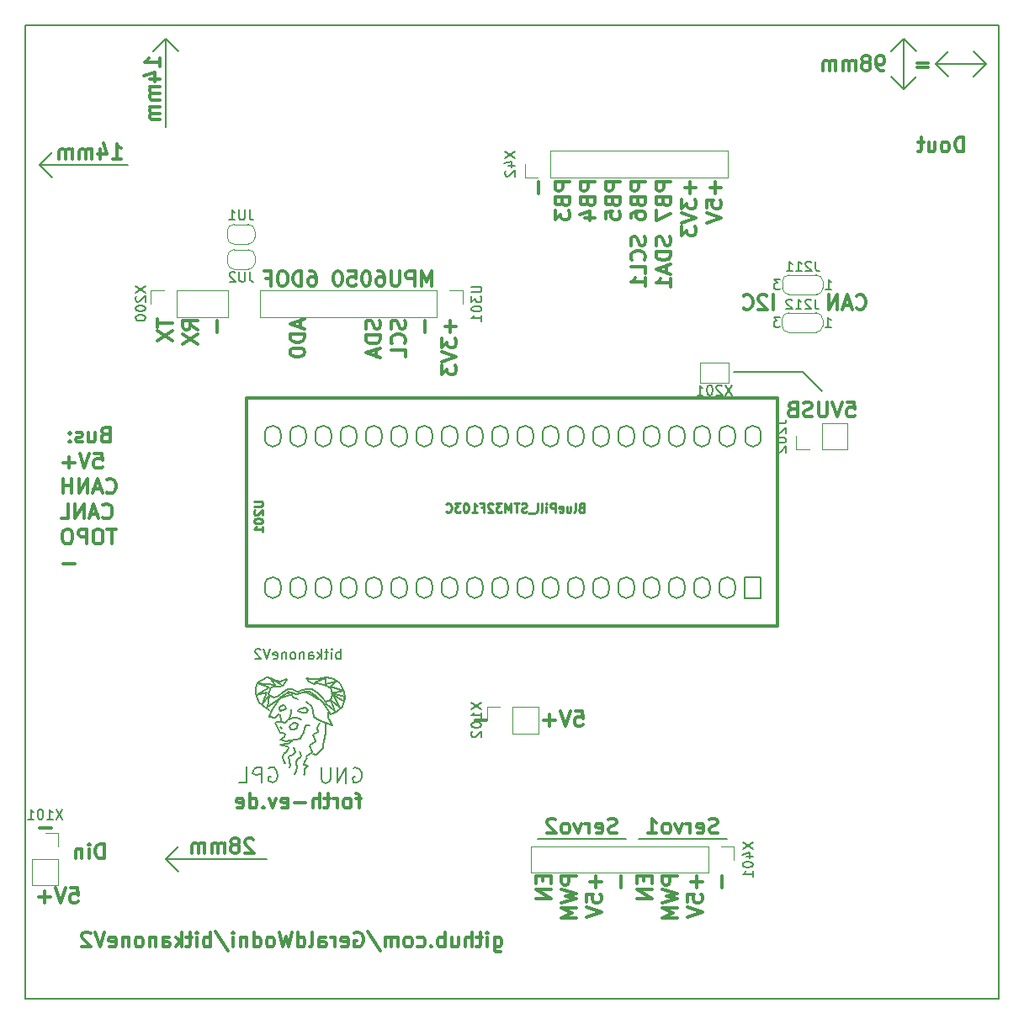
<source format=gbr>
G04 #@! TF.GenerationSoftware,KiCad,Pcbnew,5.0.1+dfsg1-3*
G04 #@! TF.CreationDate,2018-12-12T18:27:28+01:00*
G04 #@! TF.ProjectId,BitkanoneV2,4269746B616E6F6E6556322E6B696361,2.0*
G04 #@! TF.SameCoordinates,Original*
G04 #@! TF.FileFunction,Legend,Bot*
G04 #@! TF.FilePolarity,Positive*
%FSLAX46Y46*%
G04 Gerber Fmt 4.6, Leading zero omitted, Abs format (unit mm)*
G04 Created by KiCad (PCBNEW 5.0.1+dfsg1-3) date Mi 12 Dez 2018 18:27:28 CET*
%MOMM*%
%LPD*%
G01*
G04 APERTURE LIST*
%ADD10C,0.150000*%
%ADD11C,0.300000*%
%ADD12C,0.200000*%
%ADD13C,0.120000*%
%ADD14C,0.304800*%
%ADD15C,0.222250*%
G04 APERTURE END LIST*
D10*
X118000000Y-20000000D02*
X20000000Y-20000000D01*
X118000000Y-118000000D02*
X118000000Y-20000000D01*
X20000000Y-118000000D02*
X118000000Y-118000000D01*
X20000000Y-20000000D02*
X20000000Y-118000000D01*
D11*
X106340800Y-24593571D02*
X106055085Y-24593571D01*
X105912228Y-24522142D01*
X105840800Y-24450714D01*
X105697942Y-24236428D01*
X105626514Y-23950714D01*
X105626514Y-23379285D01*
X105697942Y-23236428D01*
X105769371Y-23165000D01*
X105912228Y-23093571D01*
X106197942Y-23093571D01*
X106340800Y-23165000D01*
X106412228Y-23236428D01*
X106483657Y-23379285D01*
X106483657Y-23736428D01*
X106412228Y-23879285D01*
X106340800Y-23950714D01*
X106197942Y-24022142D01*
X105912228Y-24022142D01*
X105769371Y-23950714D01*
X105697942Y-23879285D01*
X105626514Y-23736428D01*
X104769371Y-23736428D02*
X104912228Y-23665000D01*
X104983657Y-23593571D01*
X105055085Y-23450714D01*
X105055085Y-23379285D01*
X104983657Y-23236428D01*
X104912228Y-23165000D01*
X104769371Y-23093571D01*
X104483657Y-23093571D01*
X104340800Y-23165000D01*
X104269371Y-23236428D01*
X104197942Y-23379285D01*
X104197942Y-23450714D01*
X104269371Y-23593571D01*
X104340800Y-23665000D01*
X104483657Y-23736428D01*
X104769371Y-23736428D01*
X104912228Y-23807857D01*
X104983657Y-23879285D01*
X105055085Y-24022142D01*
X105055085Y-24307857D01*
X104983657Y-24450714D01*
X104912228Y-24522142D01*
X104769371Y-24593571D01*
X104483657Y-24593571D01*
X104340800Y-24522142D01*
X104269371Y-24450714D01*
X104197942Y-24307857D01*
X104197942Y-24022142D01*
X104269371Y-23879285D01*
X104340800Y-23807857D01*
X104483657Y-23736428D01*
X103555085Y-24593571D02*
X103555085Y-23593571D01*
X103555085Y-23736428D02*
X103483657Y-23665000D01*
X103340800Y-23593571D01*
X103126514Y-23593571D01*
X102983657Y-23665000D01*
X102912228Y-23807857D01*
X102912228Y-24593571D01*
X102912228Y-23807857D02*
X102840800Y-23665000D01*
X102697942Y-23593571D01*
X102483657Y-23593571D01*
X102340800Y-23665000D01*
X102269371Y-23807857D01*
X102269371Y-24593571D01*
X101555085Y-24593571D02*
X101555085Y-23593571D01*
X101555085Y-23736428D02*
X101483657Y-23665000D01*
X101340800Y-23593571D01*
X101126514Y-23593571D01*
X100983657Y-23665000D01*
X100912228Y-23807857D01*
X100912228Y-24593571D01*
X100912228Y-23807857D02*
X100840800Y-23665000D01*
X100697942Y-23593571D01*
X100483657Y-23593571D01*
X100340800Y-23665000D01*
X100269371Y-23807857D01*
X100269371Y-24593571D01*
X110897228Y-23807857D02*
X109754371Y-23807857D01*
X109754371Y-24236428D02*
X110897228Y-24236428D01*
D12*
X108420800Y-21375000D02*
X108420800Y-26455000D01*
X107150800Y-25185000D02*
X108420800Y-26455000D01*
X109690800Y-22645000D02*
X108420800Y-21375000D01*
X107150800Y-22645000D02*
X108420800Y-21375000D01*
X109690800Y-25185000D02*
X108420800Y-26455000D01*
X112865800Y-25185000D02*
X111595800Y-23915000D01*
X112865800Y-22645000D02*
X111595800Y-23915000D01*
X116675800Y-23915000D02*
X111595800Y-23915000D01*
X116675800Y-23915000D02*
X115405800Y-25185000D01*
X115405800Y-22645000D02*
X116675800Y-23915000D01*
D11*
X33534371Y-24169285D02*
X33534371Y-23312142D01*
X33534371Y-23740714D02*
X32034371Y-23740714D01*
X32248657Y-23597857D01*
X32391514Y-23455000D01*
X32462942Y-23312142D01*
X32534371Y-25455000D02*
X33534371Y-25455000D01*
X31962942Y-25097857D02*
X33034371Y-24740714D01*
X33034371Y-25669285D01*
X33534371Y-26240714D02*
X32534371Y-26240714D01*
X32677228Y-26240714D02*
X32605800Y-26312142D01*
X32534371Y-26455000D01*
X32534371Y-26669285D01*
X32605800Y-26812142D01*
X32748657Y-26883571D01*
X33534371Y-26883571D01*
X32748657Y-26883571D02*
X32605800Y-26955000D01*
X32534371Y-27097857D01*
X32534371Y-27312142D01*
X32605800Y-27455000D01*
X32748657Y-27526428D01*
X33534371Y-27526428D01*
X33534371Y-28240714D02*
X32534371Y-28240714D01*
X32677228Y-28240714D02*
X32605800Y-28312142D01*
X32534371Y-28455000D01*
X32534371Y-28669285D01*
X32605800Y-28812142D01*
X32748657Y-28883571D01*
X33534371Y-28883571D01*
X32748657Y-28883571D02*
X32605800Y-28955000D01*
X32534371Y-29097857D01*
X32534371Y-29312142D01*
X32605800Y-29455000D01*
X32748657Y-29526428D01*
X33534371Y-29526428D01*
D12*
X34125800Y-21375000D02*
X35395800Y-22645000D01*
X34125800Y-21375000D02*
X32855800Y-22645000D01*
X34125800Y-30265000D02*
X34125800Y-21375000D01*
D11*
X28791514Y-33483571D02*
X29648657Y-33483571D01*
X29220085Y-33483571D02*
X29220085Y-31983571D01*
X29362942Y-32197857D01*
X29505800Y-32340714D01*
X29648657Y-32412142D01*
X27505800Y-32483571D02*
X27505800Y-33483571D01*
X27862942Y-31912142D02*
X28220085Y-32983571D01*
X27291514Y-32983571D01*
X26720085Y-33483571D02*
X26720085Y-32483571D01*
X26720085Y-32626428D02*
X26648657Y-32555000D01*
X26505800Y-32483571D01*
X26291514Y-32483571D01*
X26148657Y-32555000D01*
X26077228Y-32697857D01*
X26077228Y-33483571D01*
X26077228Y-32697857D02*
X26005800Y-32555000D01*
X25862942Y-32483571D01*
X25648657Y-32483571D01*
X25505800Y-32555000D01*
X25434371Y-32697857D01*
X25434371Y-33483571D01*
X24720085Y-33483571D02*
X24720085Y-32483571D01*
X24720085Y-32626428D02*
X24648657Y-32555000D01*
X24505800Y-32483571D01*
X24291514Y-32483571D01*
X24148657Y-32555000D01*
X24077228Y-32697857D01*
X24077228Y-33483571D01*
X24077228Y-32697857D02*
X24005800Y-32555000D01*
X23862942Y-32483571D01*
X23648657Y-32483571D01*
X23505800Y-32555000D01*
X23434371Y-32697857D01*
X23434371Y-33483571D01*
D12*
X22695800Y-35345000D02*
X21425800Y-34075000D01*
X21425800Y-34075000D02*
X22695800Y-32805000D01*
X30315800Y-34075000D02*
X21425800Y-34075000D01*
D11*
X42983657Y-101976428D02*
X42912228Y-101905000D01*
X42769371Y-101833571D01*
X42412228Y-101833571D01*
X42269371Y-101905000D01*
X42197942Y-101976428D01*
X42126514Y-102119285D01*
X42126514Y-102262142D01*
X42197942Y-102476428D01*
X43055085Y-103333571D01*
X42126514Y-103333571D01*
X41269371Y-102476428D02*
X41412228Y-102405000D01*
X41483657Y-102333571D01*
X41555085Y-102190714D01*
X41555085Y-102119285D01*
X41483657Y-101976428D01*
X41412228Y-101905000D01*
X41269371Y-101833571D01*
X40983657Y-101833571D01*
X40840800Y-101905000D01*
X40769371Y-101976428D01*
X40697942Y-102119285D01*
X40697942Y-102190714D01*
X40769371Y-102333571D01*
X40840800Y-102405000D01*
X40983657Y-102476428D01*
X41269371Y-102476428D01*
X41412228Y-102547857D01*
X41483657Y-102619285D01*
X41555085Y-102762142D01*
X41555085Y-103047857D01*
X41483657Y-103190714D01*
X41412228Y-103262142D01*
X41269371Y-103333571D01*
X40983657Y-103333571D01*
X40840800Y-103262142D01*
X40769371Y-103190714D01*
X40697942Y-103047857D01*
X40697942Y-102762142D01*
X40769371Y-102619285D01*
X40840800Y-102547857D01*
X40983657Y-102476428D01*
X40055085Y-103333571D02*
X40055085Y-102333571D01*
X40055085Y-102476428D02*
X39983657Y-102405000D01*
X39840800Y-102333571D01*
X39626514Y-102333571D01*
X39483657Y-102405000D01*
X39412228Y-102547857D01*
X39412228Y-103333571D01*
X39412228Y-102547857D02*
X39340800Y-102405000D01*
X39197942Y-102333571D01*
X38983657Y-102333571D01*
X38840800Y-102405000D01*
X38769371Y-102547857D01*
X38769371Y-103333571D01*
X38055085Y-103333571D02*
X38055085Y-102333571D01*
X38055085Y-102476428D02*
X37983657Y-102405000D01*
X37840800Y-102333571D01*
X37626514Y-102333571D01*
X37483657Y-102405000D01*
X37412228Y-102547857D01*
X37412228Y-103333571D01*
X37412228Y-102547857D02*
X37340800Y-102405000D01*
X37197942Y-102333571D01*
X36983657Y-102333571D01*
X36840800Y-102405000D01*
X36769371Y-102547857D01*
X36769371Y-103333571D01*
D12*
X34125800Y-103925000D02*
X35395800Y-105195000D01*
X35395800Y-102655000D02*
X34125800Y-103925000D01*
X44285800Y-103925000D02*
X34125800Y-103925000D01*
D11*
X33304371Y-49572858D02*
X33304371Y-50430001D01*
X34804371Y-50001429D02*
X33304371Y-50001429D01*
X33304371Y-50787143D02*
X34804371Y-51787143D01*
X33304371Y-51787143D02*
X34804371Y-50787143D01*
X37344371Y-50644286D02*
X36630085Y-50144286D01*
X37344371Y-49787143D02*
X35844371Y-49787143D01*
X35844371Y-50358572D01*
X35915800Y-50501429D01*
X35987228Y-50572858D01*
X36130085Y-50644286D01*
X36344371Y-50644286D01*
X36487228Y-50572858D01*
X36558657Y-50501429D01*
X36630085Y-50358572D01*
X36630085Y-49787143D01*
X35844371Y-51144286D02*
X37344371Y-52144286D01*
X35844371Y-52144286D02*
X37344371Y-51144286D01*
X39312942Y-49787143D02*
X39312942Y-50930001D01*
X60892142Y-46258571D02*
X60892142Y-44758571D01*
X60392142Y-45830000D01*
X59892142Y-44758571D01*
X59892142Y-46258571D01*
X59177857Y-46258571D02*
X59177857Y-44758571D01*
X58606428Y-44758571D01*
X58463571Y-44830000D01*
X58392142Y-44901428D01*
X58320714Y-45044285D01*
X58320714Y-45258571D01*
X58392142Y-45401428D01*
X58463571Y-45472857D01*
X58606428Y-45544285D01*
X59177857Y-45544285D01*
X57677857Y-44758571D02*
X57677857Y-45972857D01*
X57606428Y-46115714D01*
X57535000Y-46187142D01*
X57392142Y-46258571D01*
X57106428Y-46258571D01*
X56963571Y-46187142D01*
X56892142Y-46115714D01*
X56820714Y-45972857D01*
X56820714Y-44758571D01*
X55463571Y-44758571D02*
X55749285Y-44758571D01*
X55892142Y-44830000D01*
X55963571Y-44901428D01*
X56106428Y-45115714D01*
X56177857Y-45401428D01*
X56177857Y-45972857D01*
X56106428Y-46115714D01*
X56035000Y-46187142D01*
X55892142Y-46258571D01*
X55606428Y-46258571D01*
X55463571Y-46187142D01*
X55392142Y-46115714D01*
X55320714Y-45972857D01*
X55320714Y-45615714D01*
X55392142Y-45472857D01*
X55463571Y-45401428D01*
X55606428Y-45330000D01*
X55892142Y-45330000D01*
X56035000Y-45401428D01*
X56106428Y-45472857D01*
X56177857Y-45615714D01*
X54392142Y-44758571D02*
X54249285Y-44758571D01*
X54106428Y-44830000D01*
X54035000Y-44901428D01*
X53963571Y-45044285D01*
X53892142Y-45330000D01*
X53892142Y-45687142D01*
X53963571Y-45972857D01*
X54035000Y-46115714D01*
X54106428Y-46187142D01*
X54249285Y-46258571D01*
X54392142Y-46258571D01*
X54535000Y-46187142D01*
X54606428Y-46115714D01*
X54677857Y-45972857D01*
X54749285Y-45687142D01*
X54749285Y-45330000D01*
X54677857Y-45044285D01*
X54606428Y-44901428D01*
X54535000Y-44830000D01*
X54392142Y-44758571D01*
X52535000Y-44758571D02*
X53249285Y-44758571D01*
X53320714Y-45472857D01*
X53249285Y-45401428D01*
X53106428Y-45330000D01*
X52749285Y-45330000D01*
X52606428Y-45401428D01*
X52535000Y-45472857D01*
X52463571Y-45615714D01*
X52463571Y-45972857D01*
X52535000Y-46115714D01*
X52606428Y-46187142D01*
X52749285Y-46258571D01*
X53106428Y-46258571D01*
X53249285Y-46187142D01*
X53320714Y-46115714D01*
X51535000Y-44758571D02*
X51392142Y-44758571D01*
X51249285Y-44830000D01*
X51177857Y-44901428D01*
X51106428Y-45044285D01*
X51035000Y-45330000D01*
X51035000Y-45687142D01*
X51106428Y-45972857D01*
X51177857Y-46115714D01*
X51249285Y-46187142D01*
X51392142Y-46258571D01*
X51535000Y-46258571D01*
X51677857Y-46187142D01*
X51749285Y-46115714D01*
X51820714Y-45972857D01*
X51892142Y-45687142D01*
X51892142Y-45330000D01*
X51820714Y-45044285D01*
X51749285Y-44901428D01*
X51677857Y-44830000D01*
X51535000Y-44758571D01*
X48606428Y-44758571D02*
X48892142Y-44758571D01*
X49035000Y-44830000D01*
X49106428Y-44901428D01*
X49249285Y-45115714D01*
X49320714Y-45401428D01*
X49320714Y-45972857D01*
X49249285Y-46115714D01*
X49177857Y-46187142D01*
X49035000Y-46258571D01*
X48749285Y-46258571D01*
X48606428Y-46187142D01*
X48535000Y-46115714D01*
X48463571Y-45972857D01*
X48463571Y-45615714D01*
X48535000Y-45472857D01*
X48606428Y-45401428D01*
X48749285Y-45330000D01*
X49035000Y-45330000D01*
X49177857Y-45401428D01*
X49249285Y-45472857D01*
X49320714Y-45615714D01*
X47820714Y-46258571D02*
X47820714Y-44758571D01*
X47463571Y-44758571D01*
X47249285Y-44830000D01*
X47106428Y-44972857D01*
X47035000Y-45115714D01*
X46963571Y-45401428D01*
X46963571Y-45615714D01*
X47035000Y-45901428D01*
X47106428Y-46044285D01*
X47249285Y-46187142D01*
X47463571Y-46258571D01*
X47820714Y-46258571D01*
X46035000Y-44758571D02*
X45749285Y-44758571D01*
X45606428Y-44830000D01*
X45463571Y-44972857D01*
X45392142Y-45258571D01*
X45392142Y-45758571D01*
X45463571Y-46044285D01*
X45606428Y-46187142D01*
X45749285Y-46258571D01*
X46035000Y-46258571D01*
X46177857Y-46187142D01*
X46320714Y-46044285D01*
X46392142Y-45758571D01*
X46392142Y-45258571D01*
X46320714Y-44972857D01*
X46177857Y-44830000D01*
X46035000Y-44758571D01*
X44249285Y-45472857D02*
X44749285Y-45472857D01*
X44749285Y-46258571D02*
X44749285Y-44758571D01*
X44035000Y-44758571D01*
X62807942Y-49787143D02*
X62807942Y-50930001D01*
X63379371Y-50358572D02*
X62236514Y-50358572D01*
X61879371Y-51501429D02*
X61879371Y-52430001D01*
X62450800Y-51930001D01*
X62450800Y-52144286D01*
X62522228Y-52287143D01*
X62593657Y-52358572D01*
X62736514Y-52430001D01*
X63093657Y-52430001D01*
X63236514Y-52358572D01*
X63307942Y-52287143D01*
X63379371Y-52144286D01*
X63379371Y-51715715D01*
X63307942Y-51572858D01*
X63236514Y-51501429D01*
X61879371Y-52858572D02*
X63379371Y-53358572D01*
X61879371Y-53858572D01*
X61879371Y-54215715D02*
X61879371Y-55144286D01*
X62450800Y-54644286D01*
X62450800Y-54858572D01*
X62522228Y-55001429D01*
X62593657Y-55072858D01*
X62736514Y-55144286D01*
X63093657Y-55144286D01*
X63236514Y-55072858D01*
X63307942Y-55001429D01*
X63379371Y-54858572D01*
X63379371Y-54430001D01*
X63307942Y-54287143D01*
X63236514Y-54215715D01*
X47710800Y-49715715D02*
X47710800Y-50430001D01*
X48139371Y-49572858D02*
X46639371Y-50072858D01*
X48139371Y-50572858D01*
X48139371Y-51072858D02*
X46639371Y-51072858D01*
X46639371Y-51430001D01*
X46710800Y-51644286D01*
X46853657Y-51787143D01*
X46996514Y-51858572D01*
X47282228Y-51930001D01*
X47496514Y-51930001D01*
X47782228Y-51858572D01*
X47925085Y-51787143D01*
X48067942Y-51644286D01*
X48139371Y-51430001D01*
X48139371Y-51072858D01*
X46639371Y-52858572D02*
X46639371Y-53001429D01*
X46710800Y-53144286D01*
X46782228Y-53215715D01*
X46925085Y-53287143D01*
X47210800Y-53358572D01*
X47567942Y-53358572D01*
X47853657Y-53287143D01*
X47996514Y-53215715D01*
X48067942Y-53144286D01*
X48139371Y-53001429D01*
X48139371Y-52858572D01*
X48067942Y-52715715D01*
X47996514Y-52644286D01*
X47853657Y-52572858D01*
X47567942Y-52501429D01*
X47210800Y-52501429D01*
X46925085Y-52572858D01*
X46782228Y-52644286D01*
X46710800Y-52715715D01*
X46639371Y-52858572D01*
X55687942Y-49715715D02*
X55759371Y-49930001D01*
X55759371Y-50287143D01*
X55687942Y-50430001D01*
X55616514Y-50501429D01*
X55473657Y-50572858D01*
X55330800Y-50572858D01*
X55187942Y-50501429D01*
X55116514Y-50430001D01*
X55045085Y-50287143D01*
X54973657Y-50001429D01*
X54902228Y-49858572D01*
X54830800Y-49787143D01*
X54687942Y-49715715D01*
X54545085Y-49715715D01*
X54402228Y-49787143D01*
X54330800Y-49858572D01*
X54259371Y-50001429D01*
X54259371Y-50358572D01*
X54330800Y-50572858D01*
X55759371Y-51215715D02*
X54259371Y-51215715D01*
X54259371Y-51572858D01*
X54330800Y-51787143D01*
X54473657Y-51930001D01*
X54616514Y-52001429D01*
X54902228Y-52072858D01*
X55116514Y-52072858D01*
X55402228Y-52001429D01*
X55545085Y-51930001D01*
X55687942Y-51787143D01*
X55759371Y-51572858D01*
X55759371Y-51215715D01*
X55330800Y-52644286D02*
X55330800Y-53358572D01*
X55759371Y-52501429D02*
X54259371Y-53001429D01*
X55759371Y-53501429D01*
X58227942Y-49715715D02*
X58299371Y-49930001D01*
X58299371Y-50287143D01*
X58227942Y-50430001D01*
X58156514Y-50501429D01*
X58013657Y-50572858D01*
X57870800Y-50572858D01*
X57727942Y-50501429D01*
X57656514Y-50430001D01*
X57585085Y-50287143D01*
X57513657Y-50001429D01*
X57442228Y-49858572D01*
X57370800Y-49787143D01*
X57227942Y-49715715D01*
X57085085Y-49715715D01*
X56942228Y-49787143D01*
X56870800Y-49858572D01*
X56799371Y-50001429D01*
X56799371Y-50358572D01*
X56870800Y-50572858D01*
X58156514Y-52072858D02*
X58227942Y-52001429D01*
X58299371Y-51787143D01*
X58299371Y-51644286D01*
X58227942Y-51430001D01*
X58085085Y-51287143D01*
X57942228Y-51215715D01*
X57656514Y-51144286D01*
X57442228Y-51144286D01*
X57156514Y-51215715D01*
X57013657Y-51287143D01*
X56870800Y-51430001D01*
X56799371Y-51644286D01*
X56799371Y-51787143D01*
X56870800Y-52001429D01*
X56942228Y-52072858D01*
X58299371Y-53430001D02*
X58299371Y-52715715D01*
X56799371Y-52715715D01*
X60267942Y-49787143D02*
X60267942Y-50930001D01*
X71697942Y-35817143D02*
X71697942Y-36960001D01*
X74809371Y-35817143D02*
X73309371Y-35817143D01*
X73309371Y-36388572D01*
X73380800Y-36531429D01*
X73452228Y-36602858D01*
X73595085Y-36674286D01*
X73809371Y-36674286D01*
X73952228Y-36602858D01*
X74023657Y-36531429D01*
X74095085Y-36388572D01*
X74095085Y-35817143D01*
X74023657Y-37817143D02*
X74095085Y-38031429D01*
X74166514Y-38102858D01*
X74309371Y-38174286D01*
X74523657Y-38174286D01*
X74666514Y-38102858D01*
X74737942Y-38031429D01*
X74809371Y-37888572D01*
X74809371Y-37317143D01*
X73309371Y-37317143D01*
X73309371Y-37817143D01*
X73380800Y-37960001D01*
X73452228Y-38031429D01*
X73595085Y-38102858D01*
X73737942Y-38102858D01*
X73880800Y-38031429D01*
X73952228Y-37960001D01*
X74023657Y-37817143D01*
X74023657Y-37317143D01*
X73309371Y-38674286D02*
X73309371Y-39602858D01*
X73880800Y-39102858D01*
X73880800Y-39317143D01*
X73952228Y-39460001D01*
X74023657Y-39531429D01*
X74166514Y-39602858D01*
X74523657Y-39602858D01*
X74666514Y-39531429D01*
X74737942Y-39460001D01*
X74809371Y-39317143D01*
X74809371Y-38888572D01*
X74737942Y-38745715D01*
X74666514Y-38674286D01*
X77349371Y-35817143D02*
X75849371Y-35817143D01*
X75849371Y-36388572D01*
X75920800Y-36531429D01*
X75992228Y-36602858D01*
X76135085Y-36674286D01*
X76349371Y-36674286D01*
X76492228Y-36602858D01*
X76563657Y-36531429D01*
X76635085Y-36388572D01*
X76635085Y-35817143D01*
X76563657Y-37817143D02*
X76635085Y-38031429D01*
X76706514Y-38102858D01*
X76849371Y-38174286D01*
X77063657Y-38174286D01*
X77206514Y-38102858D01*
X77277942Y-38031429D01*
X77349371Y-37888572D01*
X77349371Y-37317143D01*
X75849371Y-37317143D01*
X75849371Y-37817143D01*
X75920800Y-37960001D01*
X75992228Y-38031429D01*
X76135085Y-38102858D01*
X76277942Y-38102858D01*
X76420800Y-38031429D01*
X76492228Y-37960001D01*
X76563657Y-37817143D01*
X76563657Y-37317143D01*
X76349371Y-39460001D02*
X77349371Y-39460001D01*
X75777942Y-39102858D02*
X76849371Y-38745715D01*
X76849371Y-39674286D01*
X79889371Y-35817143D02*
X78389371Y-35817143D01*
X78389371Y-36388572D01*
X78460800Y-36531429D01*
X78532228Y-36602858D01*
X78675085Y-36674286D01*
X78889371Y-36674286D01*
X79032228Y-36602858D01*
X79103657Y-36531429D01*
X79175085Y-36388572D01*
X79175085Y-35817143D01*
X79103657Y-37817143D02*
X79175085Y-38031429D01*
X79246514Y-38102858D01*
X79389371Y-38174286D01*
X79603657Y-38174286D01*
X79746514Y-38102858D01*
X79817942Y-38031429D01*
X79889371Y-37888572D01*
X79889371Y-37317143D01*
X78389371Y-37317143D01*
X78389371Y-37817143D01*
X78460800Y-37960001D01*
X78532228Y-38031429D01*
X78675085Y-38102858D01*
X78817942Y-38102858D01*
X78960800Y-38031429D01*
X79032228Y-37960001D01*
X79103657Y-37817143D01*
X79103657Y-37317143D01*
X78389371Y-39531429D02*
X78389371Y-38817143D01*
X79103657Y-38745715D01*
X79032228Y-38817143D01*
X78960800Y-38960001D01*
X78960800Y-39317143D01*
X79032228Y-39460001D01*
X79103657Y-39531429D01*
X79246514Y-39602858D01*
X79603657Y-39602858D01*
X79746514Y-39531429D01*
X79817942Y-39460001D01*
X79889371Y-39317143D01*
X79889371Y-38960001D01*
X79817942Y-38817143D01*
X79746514Y-38745715D01*
X82429371Y-35817143D02*
X80929371Y-35817143D01*
X80929371Y-36388572D01*
X81000800Y-36531429D01*
X81072228Y-36602858D01*
X81215085Y-36674286D01*
X81429371Y-36674286D01*
X81572228Y-36602858D01*
X81643657Y-36531429D01*
X81715085Y-36388572D01*
X81715085Y-35817143D01*
X81643657Y-37817143D02*
X81715085Y-38031429D01*
X81786514Y-38102858D01*
X81929371Y-38174286D01*
X82143657Y-38174286D01*
X82286514Y-38102858D01*
X82357942Y-38031429D01*
X82429371Y-37888572D01*
X82429371Y-37317143D01*
X80929371Y-37317143D01*
X80929371Y-37817143D01*
X81000800Y-37960001D01*
X81072228Y-38031429D01*
X81215085Y-38102858D01*
X81357942Y-38102858D01*
X81500800Y-38031429D01*
X81572228Y-37960001D01*
X81643657Y-37817143D01*
X81643657Y-37317143D01*
X80929371Y-39460001D02*
X80929371Y-39174286D01*
X81000800Y-39031429D01*
X81072228Y-38960001D01*
X81286514Y-38817143D01*
X81572228Y-38745715D01*
X82143657Y-38745715D01*
X82286514Y-38817143D01*
X82357942Y-38888572D01*
X82429371Y-39031429D01*
X82429371Y-39317143D01*
X82357942Y-39460001D01*
X82286514Y-39531429D01*
X82143657Y-39602858D01*
X81786514Y-39602858D01*
X81643657Y-39531429D01*
X81572228Y-39460001D01*
X81500800Y-39317143D01*
X81500800Y-39031429D01*
X81572228Y-38888572D01*
X81643657Y-38817143D01*
X81786514Y-38745715D01*
X82357942Y-41317143D02*
X82429371Y-41531429D01*
X82429371Y-41888572D01*
X82357942Y-42031429D01*
X82286514Y-42102858D01*
X82143657Y-42174286D01*
X82000800Y-42174286D01*
X81857942Y-42102858D01*
X81786514Y-42031429D01*
X81715085Y-41888572D01*
X81643657Y-41602858D01*
X81572228Y-41460000D01*
X81500800Y-41388572D01*
X81357942Y-41317143D01*
X81215085Y-41317143D01*
X81072228Y-41388572D01*
X81000800Y-41460000D01*
X80929371Y-41602858D01*
X80929371Y-41960001D01*
X81000800Y-42174286D01*
X82286514Y-43674286D02*
X82357942Y-43602858D01*
X82429371Y-43388572D01*
X82429371Y-43245715D01*
X82357942Y-43031429D01*
X82215085Y-42888572D01*
X82072228Y-42817143D01*
X81786514Y-42745715D01*
X81572228Y-42745715D01*
X81286514Y-42817143D01*
X81143657Y-42888572D01*
X81000800Y-43031429D01*
X80929371Y-43245715D01*
X80929371Y-43388572D01*
X81000800Y-43602858D01*
X81072228Y-43674286D01*
X82429371Y-45031429D02*
X82429371Y-44317143D01*
X80929371Y-44317143D01*
X82429371Y-46317143D02*
X82429371Y-45460000D01*
X82429371Y-45888572D02*
X80929371Y-45888572D01*
X81143657Y-45745715D01*
X81286514Y-45602858D01*
X81357942Y-45460000D01*
X84969371Y-35817143D02*
X83469371Y-35817143D01*
X83469371Y-36388572D01*
X83540800Y-36531429D01*
X83612228Y-36602858D01*
X83755085Y-36674286D01*
X83969371Y-36674286D01*
X84112228Y-36602858D01*
X84183657Y-36531429D01*
X84255085Y-36388572D01*
X84255085Y-35817143D01*
X84183657Y-37817143D02*
X84255085Y-38031429D01*
X84326514Y-38102858D01*
X84469371Y-38174286D01*
X84683657Y-38174286D01*
X84826514Y-38102858D01*
X84897942Y-38031429D01*
X84969371Y-37888572D01*
X84969371Y-37317143D01*
X83469371Y-37317143D01*
X83469371Y-37817143D01*
X83540800Y-37960001D01*
X83612228Y-38031429D01*
X83755085Y-38102858D01*
X83897942Y-38102858D01*
X84040800Y-38031429D01*
X84112228Y-37960001D01*
X84183657Y-37817143D01*
X84183657Y-37317143D01*
X83469371Y-38674286D02*
X83469371Y-39674286D01*
X84969371Y-39031429D01*
X84897942Y-41317143D02*
X84969371Y-41531429D01*
X84969371Y-41888572D01*
X84897942Y-42031429D01*
X84826514Y-42102858D01*
X84683657Y-42174286D01*
X84540800Y-42174286D01*
X84397942Y-42102858D01*
X84326514Y-42031429D01*
X84255085Y-41888572D01*
X84183657Y-41602858D01*
X84112228Y-41460001D01*
X84040800Y-41388572D01*
X83897942Y-41317143D01*
X83755085Y-41317143D01*
X83612228Y-41388572D01*
X83540800Y-41460001D01*
X83469371Y-41602858D01*
X83469371Y-41960001D01*
X83540800Y-42174286D01*
X84969371Y-42817143D02*
X83469371Y-42817143D01*
X83469371Y-43174286D01*
X83540800Y-43388572D01*
X83683657Y-43531429D01*
X83826514Y-43602858D01*
X84112228Y-43674286D01*
X84326514Y-43674286D01*
X84612228Y-43602858D01*
X84755085Y-43531429D01*
X84897942Y-43388572D01*
X84969371Y-43174286D01*
X84969371Y-42817143D01*
X84540800Y-44245715D02*
X84540800Y-44960001D01*
X84969371Y-44102858D02*
X83469371Y-44602858D01*
X84969371Y-45102858D01*
X84969371Y-46388572D02*
X84969371Y-45531429D01*
X84969371Y-45960001D02*
X83469371Y-45960001D01*
X83683657Y-45817143D01*
X83826514Y-45674286D01*
X83897942Y-45531429D01*
X86937942Y-35817143D02*
X86937942Y-36960001D01*
X87509371Y-36388572D02*
X86366514Y-36388572D01*
X86009371Y-37531429D02*
X86009371Y-38460001D01*
X86580800Y-37960001D01*
X86580800Y-38174286D01*
X86652228Y-38317143D01*
X86723657Y-38388572D01*
X86866514Y-38460001D01*
X87223657Y-38460001D01*
X87366514Y-38388572D01*
X87437942Y-38317143D01*
X87509371Y-38174286D01*
X87509371Y-37745715D01*
X87437942Y-37602858D01*
X87366514Y-37531429D01*
X86009371Y-38888572D02*
X87509371Y-39388572D01*
X86009371Y-39888572D01*
X86009371Y-40245715D02*
X86009371Y-41174286D01*
X86580800Y-40674286D01*
X86580800Y-40888572D01*
X86652228Y-41031429D01*
X86723657Y-41102858D01*
X86866514Y-41174286D01*
X87223657Y-41174286D01*
X87366514Y-41102858D01*
X87437942Y-41031429D01*
X87509371Y-40888572D01*
X87509371Y-40460001D01*
X87437942Y-40317143D01*
X87366514Y-40245715D01*
X89477942Y-35817143D02*
X89477942Y-36960001D01*
X90049371Y-36388572D02*
X88906514Y-36388572D01*
X88549371Y-38388572D02*
X88549371Y-37674286D01*
X89263657Y-37602858D01*
X89192228Y-37674286D01*
X89120800Y-37817143D01*
X89120800Y-38174286D01*
X89192228Y-38317143D01*
X89263657Y-38388572D01*
X89406514Y-38460001D01*
X89763657Y-38460001D01*
X89906514Y-38388572D01*
X89977942Y-38317143D01*
X90049371Y-38174286D01*
X90049371Y-37817143D01*
X89977942Y-37674286D01*
X89906514Y-37602858D01*
X88549371Y-38888572D02*
X90049371Y-39388572D01*
X88549371Y-39888572D01*
X24975000Y-74187142D02*
X23832142Y-74187142D01*
X29117857Y-70718571D02*
X28260714Y-70718571D01*
X28689285Y-72218571D02*
X28689285Y-70718571D01*
X27475000Y-70718571D02*
X27189285Y-70718571D01*
X27046428Y-70790000D01*
X26903571Y-70932857D01*
X26832142Y-71218571D01*
X26832142Y-71718571D01*
X26903571Y-72004285D01*
X27046428Y-72147142D01*
X27189285Y-72218571D01*
X27475000Y-72218571D01*
X27617857Y-72147142D01*
X27760714Y-72004285D01*
X27832142Y-71718571D01*
X27832142Y-71218571D01*
X27760714Y-70932857D01*
X27617857Y-70790000D01*
X27475000Y-70718571D01*
X26189285Y-72218571D02*
X26189285Y-70718571D01*
X25617857Y-70718571D01*
X25475000Y-70790000D01*
X25403571Y-70861428D01*
X25332142Y-71004285D01*
X25332142Y-71218571D01*
X25403571Y-71361428D01*
X25475000Y-71432857D01*
X25617857Y-71504285D01*
X26189285Y-71504285D01*
X24403571Y-70718571D02*
X24117857Y-70718571D01*
X23975000Y-70790000D01*
X23832142Y-70932857D01*
X23760714Y-71218571D01*
X23760714Y-71718571D01*
X23832142Y-72004285D01*
X23975000Y-72147142D01*
X24117857Y-72218571D01*
X24403571Y-72218571D01*
X24546428Y-72147142D01*
X24689285Y-72004285D01*
X24760714Y-71718571D01*
X24760714Y-71218571D01*
X24689285Y-70932857D01*
X24546428Y-70790000D01*
X24403571Y-70718571D01*
X27832142Y-69535714D02*
X27903571Y-69607142D01*
X28117857Y-69678571D01*
X28260714Y-69678571D01*
X28475000Y-69607142D01*
X28617857Y-69464285D01*
X28689285Y-69321428D01*
X28760714Y-69035714D01*
X28760714Y-68821428D01*
X28689285Y-68535714D01*
X28617857Y-68392857D01*
X28475000Y-68250000D01*
X28260714Y-68178571D01*
X28117857Y-68178571D01*
X27903571Y-68250000D01*
X27832142Y-68321428D01*
X27260714Y-69250000D02*
X26546428Y-69250000D01*
X27403571Y-69678571D02*
X26903571Y-68178571D01*
X26403571Y-69678571D01*
X25903571Y-69678571D02*
X25903571Y-68178571D01*
X25046428Y-69678571D01*
X25046428Y-68178571D01*
X23617857Y-69678571D02*
X24332142Y-69678571D01*
X24332142Y-68178571D01*
X28189285Y-66995714D02*
X28260714Y-67067142D01*
X28475000Y-67138571D01*
X28617857Y-67138571D01*
X28832142Y-67067142D01*
X28975000Y-66924285D01*
X29046428Y-66781428D01*
X29117857Y-66495714D01*
X29117857Y-66281428D01*
X29046428Y-65995714D01*
X28975000Y-65852857D01*
X28832142Y-65710000D01*
X28617857Y-65638571D01*
X28475000Y-65638571D01*
X28260714Y-65710000D01*
X28189285Y-65781428D01*
X27617857Y-66710000D02*
X26903571Y-66710000D01*
X27760714Y-67138571D02*
X27260714Y-65638571D01*
X26760714Y-67138571D01*
X26260714Y-67138571D02*
X26260714Y-65638571D01*
X25403571Y-67138571D01*
X25403571Y-65638571D01*
X24689285Y-67138571D02*
X24689285Y-65638571D01*
X24689285Y-66352857D02*
X23832142Y-66352857D01*
X23832142Y-67138571D02*
X23832142Y-65638571D01*
X26975000Y-63098571D02*
X27689285Y-63098571D01*
X27760714Y-63812857D01*
X27689285Y-63741428D01*
X27546428Y-63670000D01*
X27189285Y-63670000D01*
X27046428Y-63741428D01*
X26975000Y-63812857D01*
X26903571Y-63955714D01*
X26903571Y-64312857D01*
X26975000Y-64455714D01*
X27046428Y-64527142D01*
X27189285Y-64598571D01*
X27546428Y-64598571D01*
X27689285Y-64527142D01*
X27760714Y-64455714D01*
X26475000Y-63098571D02*
X25975000Y-64598571D01*
X25475000Y-63098571D01*
X24975000Y-64027142D02*
X23832142Y-64027142D01*
X24403571Y-64598571D02*
X24403571Y-63455714D01*
X28041514Y-61192858D02*
X27827228Y-61264286D01*
X27755800Y-61335715D01*
X27684371Y-61478572D01*
X27684371Y-61692858D01*
X27755800Y-61835715D01*
X27827228Y-61907143D01*
X27970085Y-61978572D01*
X28541514Y-61978572D01*
X28541514Y-60478572D01*
X28041514Y-60478572D01*
X27898657Y-60550001D01*
X27827228Y-60621429D01*
X27755800Y-60764286D01*
X27755800Y-60907143D01*
X27827228Y-61050001D01*
X27898657Y-61121429D01*
X28041514Y-61192858D01*
X28541514Y-61192858D01*
X26398657Y-60978572D02*
X26398657Y-61978572D01*
X27041514Y-60978572D02*
X27041514Y-61764286D01*
X26970085Y-61907143D01*
X26827228Y-61978572D01*
X26612942Y-61978572D01*
X26470085Y-61907143D01*
X26398657Y-61835715D01*
X25755800Y-61907143D02*
X25612942Y-61978572D01*
X25327228Y-61978572D01*
X25184371Y-61907143D01*
X25112942Y-61764286D01*
X25112942Y-61692858D01*
X25184371Y-61550001D01*
X25327228Y-61478572D01*
X25541514Y-61478572D01*
X25684371Y-61407143D01*
X25755800Y-61264286D01*
X25755800Y-61192858D01*
X25684371Y-61050001D01*
X25541514Y-60978572D01*
X25327228Y-60978572D01*
X25184371Y-61050001D01*
X24470085Y-61835715D02*
X24398657Y-61907143D01*
X24470085Y-61978572D01*
X24541514Y-61907143D01*
X24470085Y-61835715D01*
X24470085Y-61978572D01*
X24470085Y-61050001D02*
X24398657Y-61121429D01*
X24470085Y-61192858D01*
X24541514Y-61121429D01*
X24470085Y-61050001D01*
X24470085Y-61192858D01*
X53817942Y-97808572D02*
X53246514Y-97808572D01*
X53603657Y-98808572D02*
X53603657Y-97522858D01*
X53532228Y-97380001D01*
X53389371Y-97308572D01*
X53246514Y-97308572D01*
X52532228Y-98808572D02*
X52675085Y-98737143D01*
X52746514Y-98665715D01*
X52817942Y-98522858D01*
X52817942Y-98094286D01*
X52746514Y-97951429D01*
X52675085Y-97880001D01*
X52532228Y-97808572D01*
X52317942Y-97808572D01*
X52175085Y-97880001D01*
X52103657Y-97951429D01*
X52032228Y-98094286D01*
X52032228Y-98522858D01*
X52103657Y-98665715D01*
X52175085Y-98737143D01*
X52317942Y-98808572D01*
X52532228Y-98808572D01*
X51389371Y-98808572D02*
X51389371Y-97808572D01*
X51389371Y-98094286D02*
X51317942Y-97951429D01*
X51246514Y-97880001D01*
X51103657Y-97808572D01*
X50960800Y-97808572D01*
X50675085Y-97808572D02*
X50103657Y-97808572D01*
X50460800Y-97308572D02*
X50460800Y-98594286D01*
X50389371Y-98737143D01*
X50246514Y-98808572D01*
X50103657Y-98808572D01*
X49603657Y-98808572D02*
X49603657Y-97308572D01*
X48960800Y-98808572D02*
X48960800Y-98022858D01*
X49032228Y-97880001D01*
X49175085Y-97808572D01*
X49389371Y-97808572D01*
X49532228Y-97880001D01*
X49603657Y-97951429D01*
X48246514Y-98237143D02*
X47103657Y-98237143D01*
X45817942Y-98737143D02*
X45960800Y-98808572D01*
X46246514Y-98808572D01*
X46389371Y-98737143D01*
X46460800Y-98594286D01*
X46460800Y-98022858D01*
X46389371Y-97880001D01*
X46246514Y-97808572D01*
X45960800Y-97808572D01*
X45817942Y-97880001D01*
X45746514Y-98022858D01*
X45746514Y-98165715D01*
X46460800Y-98308572D01*
X45246514Y-97808572D02*
X44889371Y-98808572D01*
X44532228Y-97808572D01*
X43960800Y-98665715D02*
X43889371Y-98737143D01*
X43960800Y-98808572D01*
X44032228Y-98737143D01*
X43960800Y-98665715D01*
X43960800Y-98808572D01*
X42603657Y-98808572D02*
X42603657Y-97308572D01*
X42603657Y-98737143D02*
X42746514Y-98808572D01*
X43032228Y-98808572D01*
X43175085Y-98737143D01*
X43246514Y-98665715D01*
X43317942Y-98522858D01*
X43317942Y-98094286D01*
X43246514Y-97951429D01*
X43175085Y-97880001D01*
X43032228Y-97808572D01*
X42746514Y-97808572D01*
X42603657Y-97880001D01*
X41317942Y-98737143D02*
X41460800Y-98808572D01*
X41746514Y-98808572D01*
X41889371Y-98737143D01*
X41960800Y-98594286D01*
X41960800Y-98022858D01*
X41889371Y-97880001D01*
X41746514Y-97808572D01*
X41460800Y-97808572D01*
X41317942Y-97880001D01*
X41246514Y-98022858D01*
X41246514Y-98165715D01*
X41960800Y-98308572D01*
X67218657Y-111778572D02*
X67218657Y-112992858D01*
X67290085Y-113135715D01*
X67361514Y-113207143D01*
X67504371Y-113278572D01*
X67718657Y-113278572D01*
X67861514Y-113207143D01*
X67218657Y-112707143D02*
X67361514Y-112778572D01*
X67647228Y-112778572D01*
X67790085Y-112707143D01*
X67861514Y-112635715D01*
X67932942Y-112492858D01*
X67932942Y-112064286D01*
X67861514Y-111921429D01*
X67790085Y-111850001D01*
X67647228Y-111778572D01*
X67361514Y-111778572D01*
X67218657Y-111850001D01*
X66504371Y-112778572D02*
X66504371Y-111778572D01*
X66504371Y-111278572D02*
X66575800Y-111350001D01*
X66504371Y-111421429D01*
X66432942Y-111350001D01*
X66504371Y-111278572D01*
X66504371Y-111421429D01*
X66004371Y-111778572D02*
X65432942Y-111778572D01*
X65790085Y-111278572D02*
X65790085Y-112564286D01*
X65718657Y-112707143D01*
X65575800Y-112778572D01*
X65432942Y-112778572D01*
X64932942Y-112778572D02*
X64932942Y-111278572D01*
X64290085Y-112778572D02*
X64290085Y-111992858D01*
X64361514Y-111850001D01*
X64504371Y-111778572D01*
X64718657Y-111778572D01*
X64861514Y-111850001D01*
X64932942Y-111921429D01*
X62932942Y-111778572D02*
X62932942Y-112778572D01*
X63575800Y-111778572D02*
X63575800Y-112564286D01*
X63504371Y-112707143D01*
X63361514Y-112778572D01*
X63147228Y-112778572D01*
X63004371Y-112707143D01*
X62932942Y-112635715D01*
X62218657Y-112778572D02*
X62218657Y-111278572D01*
X62218657Y-111850001D02*
X62075800Y-111778572D01*
X61790085Y-111778572D01*
X61647228Y-111850001D01*
X61575800Y-111921429D01*
X61504371Y-112064286D01*
X61504371Y-112492858D01*
X61575800Y-112635715D01*
X61647228Y-112707143D01*
X61790085Y-112778572D01*
X62075800Y-112778572D01*
X62218657Y-112707143D01*
X60861514Y-112635715D02*
X60790085Y-112707143D01*
X60861514Y-112778572D01*
X60932942Y-112707143D01*
X60861514Y-112635715D01*
X60861514Y-112778572D01*
X59504371Y-112707143D02*
X59647228Y-112778572D01*
X59932942Y-112778572D01*
X60075800Y-112707143D01*
X60147228Y-112635715D01*
X60218657Y-112492858D01*
X60218657Y-112064286D01*
X60147228Y-111921429D01*
X60075800Y-111850001D01*
X59932942Y-111778572D01*
X59647228Y-111778572D01*
X59504371Y-111850001D01*
X58647228Y-112778572D02*
X58790085Y-112707143D01*
X58861514Y-112635715D01*
X58932942Y-112492858D01*
X58932942Y-112064286D01*
X58861514Y-111921429D01*
X58790085Y-111850001D01*
X58647228Y-111778572D01*
X58432942Y-111778572D01*
X58290085Y-111850001D01*
X58218657Y-111921429D01*
X58147228Y-112064286D01*
X58147228Y-112492858D01*
X58218657Y-112635715D01*
X58290085Y-112707143D01*
X58432942Y-112778572D01*
X58647228Y-112778572D01*
X57504371Y-112778572D02*
X57504371Y-111778572D01*
X57504371Y-111921429D02*
X57432942Y-111850001D01*
X57290085Y-111778572D01*
X57075799Y-111778572D01*
X56932942Y-111850001D01*
X56861514Y-111992858D01*
X56861514Y-112778572D01*
X56861514Y-111992858D02*
X56790085Y-111850001D01*
X56647228Y-111778572D01*
X56432942Y-111778572D01*
X56290085Y-111850001D01*
X56218657Y-111992858D01*
X56218657Y-112778572D01*
X54432942Y-111207143D02*
X55718657Y-113135715D01*
X53147228Y-111350001D02*
X53290085Y-111278572D01*
X53504371Y-111278572D01*
X53718657Y-111350001D01*
X53861514Y-111492858D01*
X53932942Y-111635715D01*
X54004371Y-111921429D01*
X54004371Y-112135715D01*
X53932942Y-112421429D01*
X53861514Y-112564286D01*
X53718657Y-112707143D01*
X53504371Y-112778572D01*
X53361514Y-112778572D01*
X53147228Y-112707143D01*
X53075800Y-112635715D01*
X53075800Y-112135715D01*
X53361514Y-112135715D01*
X51861514Y-112707143D02*
X52004371Y-112778572D01*
X52290085Y-112778572D01*
X52432942Y-112707143D01*
X52504371Y-112564286D01*
X52504371Y-111992858D01*
X52432942Y-111850001D01*
X52290085Y-111778572D01*
X52004371Y-111778572D01*
X51861514Y-111850001D01*
X51790085Y-111992858D01*
X51790085Y-112135715D01*
X52504371Y-112278572D01*
X51147228Y-112778572D02*
X51147228Y-111778572D01*
X51147228Y-112064286D02*
X51075799Y-111921429D01*
X51004371Y-111850001D01*
X50861514Y-111778572D01*
X50718657Y-111778572D01*
X49575799Y-112778572D02*
X49575799Y-111992858D01*
X49647228Y-111850001D01*
X49790085Y-111778572D01*
X50075799Y-111778572D01*
X50218657Y-111850001D01*
X49575799Y-112707143D02*
X49718657Y-112778572D01*
X50075799Y-112778572D01*
X50218657Y-112707143D01*
X50290085Y-112564286D01*
X50290085Y-112421429D01*
X50218657Y-112278572D01*
X50075799Y-112207143D01*
X49718657Y-112207143D01*
X49575799Y-112135715D01*
X48647228Y-112778572D02*
X48790085Y-112707143D01*
X48861514Y-112564286D01*
X48861514Y-111278572D01*
X47432942Y-112778572D02*
X47432942Y-111278572D01*
X47432942Y-112707143D02*
X47575799Y-112778572D01*
X47861514Y-112778572D01*
X48004371Y-112707143D01*
X48075799Y-112635715D01*
X48147228Y-112492858D01*
X48147228Y-112064286D01*
X48075799Y-111921429D01*
X48004371Y-111850001D01*
X47861514Y-111778572D01*
X47575799Y-111778572D01*
X47432942Y-111850001D01*
X46861514Y-111278572D02*
X46504371Y-112778572D01*
X46218657Y-111707143D01*
X45932942Y-112778572D01*
X45575799Y-111278572D01*
X44790085Y-112778572D02*
X44932942Y-112707143D01*
X45004371Y-112635715D01*
X45075799Y-112492858D01*
X45075799Y-112064286D01*
X45004371Y-111921429D01*
X44932942Y-111850001D01*
X44790085Y-111778572D01*
X44575799Y-111778572D01*
X44432942Y-111850001D01*
X44361514Y-111921429D01*
X44290085Y-112064286D01*
X44290085Y-112492858D01*
X44361514Y-112635715D01*
X44432942Y-112707143D01*
X44575799Y-112778572D01*
X44790085Y-112778572D01*
X43004371Y-112778572D02*
X43004371Y-111278572D01*
X43004371Y-112707143D02*
X43147228Y-112778572D01*
X43432942Y-112778572D01*
X43575799Y-112707143D01*
X43647228Y-112635715D01*
X43718657Y-112492858D01*
X43718657Y-112064286D01*
X43647228Y-111921429D01*
X43575799Y-111850001D01*
X43432942Y-111778572D01*
X43147228Y-111778572D01*
X43004371Y-111850001D01*
X42290085Y-111778572D02*
X42290085Y-112778572D01*
X42290085Y-111921429D02*
X42218657Y-111850001D01*
X42075799Y-111778572D01*
X41861514Y-111778572D01*
X41718657Y-111850001D01*
X41647228Y-111992858D01*
X41647228Y-112778572D01*
X40932942Y-112778572D02*
X40932942Y-111778572D01*
X40932942Y-111278572D02*
X41004371Y-111350001D01*
X40932942Y-111421429D01*
X40861514Y-111350001D01*
X40932942Y-111278572D01*
X40932942Y-111421429D01*
X39147228Y-111207143D02*
X40432942Y-113135715D01*
X38647228Y-112778572D02*
X38647228Y-111278572D01*
X38647228Y-111850001D02*
X38504371Y-111778572D01*
X38218657Y-111778572D01*
X38075799Y-111850001D01*
X38004371Y-111921429D01*
X37932942Y-112064286D01*
X37932942Y-112492858D01*
X38004371Y-112635715D01*
X38075799Y-112707143D01*
X38218657Y-112778572D01*
X38504371Y-112778572D01*
X38647228Y-112707143D01*
X37290085Y-112778572D02*
X37290085Y-111778572D01*
X37290085Y-111278572D02*
X37361514Y-111350001D01*
X37290085Y-111421429D01*
X37218657Y-111350001D01*
X37290085Y-111278572D01*
X37290085Y-111421429D01*
X36790085Y-111778572D02*
X36218657Y-111778572D01*
X36575799Y-111278572D02*
X36575799Y-112564286D01*
X36504371Y-112707143D01*
X36361514Y-112778572D01*
X36218657Y-112778572D01*
X35718657Y-112778572D02*
X35718657Y-111278572D01*
X35575799Y-112207143D02*
X35147228Y-112778572D01*
X35147228Y-111778572D02*
X35718657Y-112350001D01*
X33861514Y-112778572D02*
X33861514Y-111992858D01*
X33932942Y-111850001D01*
X34075799Y-111778572D01*
X34361514Y-111778572D01*
X34504371Y-111850001D01*
X33861514Y-112707143D02*
X34004371Y-112778572D01*
X34361514Y-112778572D01*
X34504371Y-112707143D01*
X34575799Y-112564286D01*
X34575799Y-112421429D01*
X34504371Y-112278572D01*
X34361514Y-112207143D01*
X34004371Y-112207143D01*
X33861514Y-112135715D01*
X33147228Y-111778572D02*
X33147228Y-112778572D01*
X33147228Y-111921429D02*
X33075799Y-111850001D01*
X32932942Y-111778572D01*
X32718657Y-111778572D01*
X32575799Y-111850001D01*
X32504371Y-111992858D01*
X32504371Y-112778572D01*
X31575799Y-112778572D02*
X31718657Y-112707143D01*
X31790085Y-112635715D01*
X31861514Y-112492858D01*
X31861514Y-112064286D01*
X31790085Y-111921429D01*
X31718657Y-111850001D01*
X31575799Y-111778572D01*
X31361514Y-111778572D01*
X31218657Y-111850001D01*
X31147228Y-111921429D01*
X31075799Y-112064286D01*
X31075799Y-112492858D01*
X31147228Y-112635715D01*
X31218657Y-112707143D01*
X31361514Y-112778572D01*
X31575799Y-112778572D01*
X30432942Y-111778572D02*
X30432942Y-112778572D01*
X30432942Y-111921429D02*
X30361514Y-111850001D01*
X30218657Y-111778572D01*
X30004371Y-111778572D01*
X29861514Y-111850001D01*
X29790085Y-111992858D01*
X29790085Y-112778572D01*
X28504371Y-112707143D02*
X28647228Y-112778572D01*
X28932942Y-112778572D01*
X29075799Y-112707143D01*
X29147228Y-112564286D01*
X29147228Y-111992858D01*
X29075799Y-111850001D01*
X28932942Y-111778572D01*
X28647228Y-111778572D01*
X28504371Y-111850001D01*
X28432942Y-111992858D01*
X28432942Y-112135715D01*
X29147228Y-112278572D01*
X28004371Y-111278572D02*
X27504371Y-112778572D01*
X27004371Y-111278572D01*
X26575799Y-111421429D02*
X26504371Y-111350001D01*
X26361514Y-111278572D01*
X26004371Y-111278572D01*
X25861514Y-111350001D01*
X25790085Y-111421429D01*
X25718657Y-111564286D01*
X25718657Y-111707143D01*
X25790085Y-111921429D01*
X26647228Y-112778572D01*
X25718657Y-112778572D01*
X95280085Y-48643572D02*
X95280085Y-47143572D01*
X94637228Y-47286429D02*
X94565800Y-47215001D01*
X94422942Y-47143572D01*
X94065800Y-47143572D01*
X93922942Y-47215001D01*
X93851514Y-47286429D01*
X93780085Y-47429286D01*
X93780085Y-47572143D01*
X93851514Y-47786429D01*
X94708657Y-48643572D01*
X93780085Y-48643572D01*
X92280085Y-48500715D02*
X92351514Y-48572143D01*
X92565800Y-48643572D01*
X92708657Y-48643572D01*
X92922942Y-48572143D01*
X93065800Y-48429286D01*
X93137228Y-48286429D01*
X93208657Y-48000715D01*
X93208657Y-47786429D01*
X93137228Y-47500715D01*
X93065800Y-47357858D01*
X92922942Y-47215001D01*
X92708657Y-47143572D01*
X92565800Y-47143572D01*
X92351514Y-47215001D01*
X92280085Y-47286429D01*
X103670085Y-48500715D02*
X103741514Y-48572143D01*
X103955800Y-48643572D01*
X104098657Y-48643572D01*
X104312942Y-48572143D01*
X104455800Y-48429286D01*
X104527228Y-48286429D01*
X104598657Y-48000715D01*
X104598657Y-47786429D01*
X104527228Y-47500715D01*
X104455800Y-47357858D01*
X104312942Y-47215001D01*
X104098657Y-47143572D01*
X103955800Y-47143572D01*
X103741514Y-47215001D01*
X103670085Y-47286429D01*
X103098657Y-48215001D02*
X102384371Y-48215001D01*
X103241514Y-48643572D02*
X102741514Y-47143572D01*
X102241514Y-48643572D01*
X101741514Y-48643572D02*
X101741514Y-47143572D01*
X100884371Y-48643572D01*
X100884371Y-47143572D01*
D12*
X98260800Y-54950001D02*
X91275800Y-54950001D01*
X100165800Y-56855001D02*
X98260800Y-54950001D01*
D11*
X102701514Y-57938572D02*
X103415800Y-57938572D01*
X103487228Y-58652858D01*
X103415800Y-58581429D01*
X103272942Y-58510001D01*
X102915800Y-58510001D01*
X102772942Y-58581429D01*
X102701514Y-58652858D01*
X102630085Y-58795715D01*
X102630085Y-59152858D01*
X102701514Y-59295715D01*
X102772942Y-59367143D01*
X102915800Y-59438572D01*
X103272942Y-59438572D01*
X103415800Y-59367143D01*
X103487228Y-59295715D01*
X102201514Y-57938572D02*
X101701514Y-59438572D01*
X101201514Y-57938572D01*
X100701514Y-57938572D02*
X100701514Y-59152858D01*
X100630085Y-59295715D01*
X100558657Y-59367143D01*
X100415800Y-59438572D01*
X100130085Y-59438572D01*
X99987228Y-59367143D01*
X99915800Y-59295715D01*
X99844371Y-59152858D01*
X99844371Y-57938572D01*
X99201514Y-59367143D02*
X98987228Y-59438572D01*
X98630085Y-59438572D01*
X98487228Y-59367143D01*
X98415800Y-59295715D01*
X98344371Y-59152858D01*
X98344371Y-59010001D01*
X98415800Y-58867143D01*
X98487228Y-58795715D01*
X98630085Y-58724286D01*
X98915800Y-58652858D01*
X99058657Y-58581429D01*
X99130085Y-58510001D01*
X99201514Y-58367143D01*
X99201514Y-58224286D01*
X99130085Y-58081429D01*
X99058657Y-58010001D01*
X98915800Y-57938572D01*
X98558657Y-57938572D01*
X98344371Y-58010001D01*
X97201514Y-58652858D02*
X96987228Y-58724286D01*
X96915800Y-58795715D01*
X96844371Y-58938572D01*
X96844371Y-59152858D01*
X96915800Y-59295715D01*
X96987228Y-59367143D01*
X97130085Y-59438572D01*
X97701514Y-59438572D01*
X97701514Y-57938572D01*
X97201514Y-57938572D01*
X97058657Y-58010001D01*
X96987228Y-58081429D01*
X96915800Y-58224286D01*
X96915800Y-58367143D01*
X96987228Y-58510001D01*
X97058657Y-58581429D01*
X97201514Y-58652858D01*
X97701514Y-58652858D01*
X79535800Y-101277143D02*
X79321514Y-101348572D01*
X78964371Y-101348572D01*
X78821514Y-101277143D01*
X78750085Y-101205715D01*
X78678657Y-101062858D01*
X78678657Y-100920001D01*
X78750085Y-100777143D01*
X78821514Y-100705715D01*
X78964371Y-100634286D01*
X79250085Y-100562858D01*
X79392942Y-100491429D01*
X79464371Y-100420001D01*
X79535800Y-100277143D01*
X79535800Y-100134286D01*
X79464371Y-99991429D01*
X79392942Y-99920001D01*
X79250085Y-99848572D01*
X78892942Y-99848572D01*
X78678657Y-99920001D01*
X77464371Y-101277143D02*
X77607228Y-101348572D01*
X77892942Y-101348572D01*
X78035800Y-101277143D01*
X78107228Y-101134286D01*
X78107228Y-100562858D01*
X78035800Y-100420001D01*
X77892942Y-100348572D01*
X77607228Y-100348572D01*
X77464371Y-100420001D01*
X77392942Y-100562858D01*
X77392942Y-100705715D01*
X78107228Y-100848572D01*
X76750085Y-101348572D02*
X76750085Y-100348572D01*
X76750085Y-100634286D02*
X76678657Y-100491429D01*
X76607228Y-100420001D01*
X76464371Y-100348572D01*
X76321514Y-100348572D01*
X75964371Y-100348572D02*
X75607228Y-101348572D01*
X75250085Y-100348572D01*
X74464371Y-101348572D02*
X74607228Y-101277143D01*
X74678657Y-101205715D01*
X74750085Y-101062858D01*
X74750085Y-100634286D01*
X74678657Y-100491429D01*
X74607228Y-100420001D01*
X74464371Y-100348572D01*
X74250085Y-100348572D01*
X74107228Y-100420001D01*
X74035800Y-100491429D01*
X73964371Y-100634286D01*
X73964371Y-101062858D01*
X74035800Y-101205715D01*
X74107228Y-101277143D01*
X74250085Y-101348572D01*
X74464371Y-101348572D01*
X73392942Y-99991429D02*
X73321514Y-99920001D01*
X73178657Y-99848572D01*
X72821514Y-99848572D01*
X72678657Y-99920001D01*
X72607228Y-99991429D01*
X72535800Y-100134286D01*
X72535800Y-100277143D01*
X72607228Y-100491429D01*
X73464371Y-101348572D01*
X72535800Y-101348572D01*
X89695800Y-101277143D02*
X89481514Y-101348572D01*
X89124371Y-101348572D01*
X88981514Y-101277143D01*
X88910085Y-101205715D01*
X88838657Y-101062858D01*
X88838657Y-100920001D01*
X88910085Y-100777143D01*
X88981514Y-100705715D01*
X89124371Y-100634286D01*
X89410085Y-100562858D01*
X89552942Y-100491429D01*
X89624371Y-100420001D01*
X89695800Y-100277143D01*
X89695800Y-100134286D01*
X89624371Y-99991429D01*
X89552942Y-99920001D01*
X89410085Y-99848572D01*
X89052942Y-99848572D01*
X88838657Y-99920001D01*
X87624371Y-101277143D02*
X87767228Y-101348572D01*
X88052942Y-101348572D01*
X88195800Y-101277143D01*
X88267228Y-101134286D01*
X88267228Y-100562858D01*
X88195800Y-100420001D01*
X88052942Y-100348572D01*
X87767228Y-100348572D01*
X87624371Y-100420001D01*
X87552942Y-100562858D01*
X87552942Y-100705715D01*
X88267228Y-100848572D01*
X86910085Y-101348572D02*
X86910085Y-100348572D01*
X86910085Y-100634286D02*
X86838657Y-100491429D01*
X86767228Y-100420001D01*
X86624371Y-100348572D01*
X86481514Y-100348572D01*
X86124371Y-100348572D02*
X85767228Y-101348572D01*
X85410085Y-100348572D01*
X84624371Y-101348572D02*
X84767228Y-101277143D01*
X84838657Y-101205715D01*
X84910085Y-101062858D01*
X84910085Y-100634286D01*
X84838657Y-100491429D01*
X84767228Y-100420001D01*
X84624371Y-100348572D01*
X84410085Y-100348572D01*
X84267228Y-100420001D01*
X84195800Y-100491429D01*
X84124371Y-100634286D01*
X84124371Y-101062858D01*
X84195800Y-101205715D01*
X84267228Y-101277143D01*
X84410085Y-101348572D01*
X84624371Y-101348572D01*
X82695800Y-101348572D02*
X83552942Y-101348572D01*
X83124371Y-101348572D02*
X83124371Y-99848572D01*
X83267228Y-100062858D01*
X83410085Y-100205715D01*
X83552942Y-100277143D01*
D12*
X88100800Y-101940001D02*
X90640800Y-101940001D01*
X81750800Y-101940001D02*
X88100800Y-101940001D01*
X71590800Y-101940001D02*
X80480800Y-101940001D01*
D11*
X90112942Y-105667143D02*
X90112942Y-106810001D01*
X72118657Y-105667143D02*
X72118657Y-106167143D01*
X72904371Y-106381429D02*
X72904371Y-105667143D01*
X71404371Y-105667143D01*
X71404371Y-106381429D01*
X72904371Y-107024286D02*
X71404371Y-107024286D01*
X72904371Y-107881429D01*
X71404371Y-107881429D01*
X75444371Y-105667143D02*
X73944371Y-105667143D01*
X73944371Y-106238572D01*
X74015800Y-106381429D01*
X74087228Y-106452858D01*
X74230085Y-106524286D01*
X74444371Y-106524286D01*
X74587228Y-106452858D01*
X74658657Y-106381429D01*
X74730085Y-106238572D01*
X74730085Y-105667143D01*
X73944371Y-107024286D02*
X75444371Y-107381429D01*
X74372942Y-107667143D01*
X75444371Y-107952858D01*
X73944371Y-108310001D01*
X75444371Y-108881429D02*
X73944371Y-108881429D01*
X75015800Y-109381429D01*
X73944371Y-109881429D01*
X75444371Y-109881429D01*
X77412942Y-105667143D02*
X77412942Y-106810001D01*
X77984371Y-106238572D02*
X76841514Y-106238572D01*
X76484371Y-108238572D02*
X76484371Y-107524286D01*
X77198657Y-107452858D01*
X77127228Y-107524286D01*
X77055800Y-107667143D01*
X77055800Y-108024286D01*
X77127228Y-108167143D01*
X77198657Y-108238572D01*
X77341514Y-108310001D01*
X77698657Y-108310001D01*
X77841514Y-108238572D01*
X77912942Y-108167143D01*
X77984371Y-108024286D01*
X77984371Y-107667143D01*
X77912942Y-107524286D01*
X77841514Y-107452858D01*
X76484371Y-108738572D02*
X77984371Y-109238572D01*
X76484371Y-109738572D01*
X79952942Y-105667143D02*
X79952942Y-106810001D01*
X82278657Y-105667143D02*
X82278657Y-106167143D01*
X83064371Y-106381429D02*
X83064371Y-105667143D01*
X81564371Y-105667143D01*
X81564371Y-106381429D01*
X83064371Y-107024286D02*
X81564371Y-107024286D01*
X83064371Y-107881429D01*
X81564371Y-107881429D01*
X85604371Y-105667143D02*
X84104371Y-105667143D01*
X84104371Y-106238572D01*
X84175800Y-106381429D01*
X84247228Y-106452858D01*
X84390085Y-106524286D01*
X84604371Y-106524286D01*
X84747228Y-106452858D01*
X84818657Y-106381429D01*
X84890085Y-106238572D01*
X84890085Y-105667143D01*
X84104371Y-107024286D02*
X85604371Y-107381429D01*
X84532942Y-107667143D01*
X85604371Y-107952858D01*
X84104371Y-108310001D01*
X85604371Y-108881429D02*
X84104371Y-108881429D01*
X85175800Y-109381429D01*
X84104371Y-109881429D01*
X85604371Y-109881429D01*
X87572942Y-105667143D02*
X87572942Y-106810001D01*
X88144371Y-106238572D02*
X87001514Y-106238572D01*
X86644371Y-108238572D02*
X86644371Y-107524286D01*
X87358657Y-107452858D01*
X87287228Y-107524286D01*
X87215800Y-107667143D01*
X87215800Y-108024286D01*
X87287228Y-108167143D01*
X87358657Y-108238572D01*
X87501514Y-108310001D01*
X87858657Y-108310001D01*
X88001514Y-108238572D01*
X88072942Y-108167143D01*
X88144371Y-108024286D01*
X88144371Y-107667143D01*
X88072942Y-107524286D01*
X88001514Y-107452858D01*
X86644371Y-108738572D02*
X88144371Y-109238572D01*
X86644371Y-109738572D01*
X114409371Y-32768572D02*
X114409371Y-31268572D01*
X114052228Y-31268572D01*
X113837942Y-31340001D01*
X113695085Y-31482858D01*
X113623657Y-31625715D01*
X113552228Y-31911429D01*
X113552228Y-32125715D01*
X113623657Y-32411429D01*
X113695085Y-32554286D01*
X113837942Y-32697143D01*
X114052228Y-32768572D01*
X114409371Y-32768572D01*
X112695085Y-32768572D02*
X112837942Y-32697143D01*
X112909371Y-32625715D01*
X112980800Y-32482858D01*
X112980800Y-32054286D01*
X112909371Y-31911429D01*
X112837942Y-31840001D01*
X112695085Y-31768572D01*
X112480800Y-31768572D01*
X112337942Y-31840001D01*
X112266514Y-31911429D01*
X112195085Y-32054286D01*
X112195085Y-32482858D01*
X112266514Y-32625715D01*
X112337942Y-32697143D01*
X112480800Y-32768572D01*
X112695085Y-32768572D01*
X110909371Y-31768572D02*
X110909371Y-32768572D01*
X111552228Y-31768572D02*
X111552228Y-32554286D01*
X111480800Y-32697143D01*
X111337942Y-32768572D01*
X111123657Y-32768572D01*
X110980800Y-32697143D01*
X110909371Y-32625715D01*
X110409371Y-31768572D02*
X109837942Y-31768572D01*
X110195085Y-31268572D02*
X110195085Y-32554286D01*
X110123657Y-32697143D01*
X109980800Y-32768572D01*
X109837942Y-32768572D01*
X27934371Y-103888572D02*
X27934371Y-102388572D01*
X27577228Y-102388572D01*
X27362942Y-102460001D01*
X27220085Y-102602858D01*
X27148657Y-102745715D01*
X27077228Y-103031429D01*
X27077228Y-103245715D01*
X27148657Y-103531429D01*
X27220085Y-103674286D01*
X27362942Y-103817143D01*
X27577228Y-103888572D01*
X27934371Y-103888572D01*
X26434371Y-103888572D02*
X26434371Y-102888572D01*
X26434371Y-102388572D02*
X26505800Y-102460001D01*
X26434371Y-102531429D01*
X26362942Y-102460001D01*
X26434371Y-102388572D01*
X26434371Y-102531429D01*
X25720085Y-102888572D02*
X25720085Y-103888572D01*
X25720085Y-103031429D02*
X25648657Y-102960001D01*
X25505800Y-102888572D01*
X25291514Y-102888572D01*
X25148657Y-102960001D01*
X25077228Y-103102858D01*
X25077228Y-103888572D01*
X22632228Y-100777143D02*
X21489371Y-100777143D01*
X24545085Y-106833572D02*
X25259371Y-106833572D01*
X25330800Y-107547858D01*
X25259371Y-107476429D01*
X25116514Y-107405001D01*
X24759371Y-107405001D01*
X24616514Y-107476429D01*
X24545085Y-107547858D01*
X24473657Y-107690715D01*
X24473657Y-108047858D01*
X24545085Y-108190715D01*
X24616514Y-108262143D01*
X24759371Y-108333572D01*
X25116514Y-108333572D01*
X25259371Y-108262143D01*
X25330800Y-108190715D01*
X24045085Y-106833572D02*
X23545085Y-108333572D01*
X23045085Y-106833572D01*
X22545085Y-107762143D02*
X21402228Y-107762143D01*
X21973657Y-108333572D02*
X21973657Y-107190715D01*
X65304371Y-89982143D02*
X66447228Y-89982143D01*
X75345085Y-89053572D02*
X76059371Y-89053572D01*
X76130800Y-89767858D01*
X76059371Y-89696429D01*
X75916514Y-89625001D01*
X75559371Y-89625001D01*
X75416514Y-89696429D01*
X75345085Y-89767858D01*
X75273657Y-89910715D01*
X75273657Y-90267858D01*
X75345085Y-90410715D01*
X75416514Y-90482143D01*
X75559371Y-90553572D01*
X75916514Y-90553572D01*
X76059371Y-90482143D01*
X76130800Y-90410715D01*
X74845085Y-89053572D02*
X74345085Y-90553572D01*
X73845085Y-89053572D01*
X73345085Y-89982143D02*
X72202228Y-89982143D01*
X72773657Y-90553572D02*
X72773657Y-89410715D01*
D13*
G04 #@! TO.C,JU2*
X41045800Y-44600000D02*
X42445800Y-44600000D01*
X43145800Y-43900000D02*
X43145800Y-43300000D01*
X42445800Y-42600000D02*
X41045800Y-42600000D01*
X40345800Y-43300000D02*
X40345800Y-43900000D01*
X40345800Y-43900000D02*
G75*
G03X41045800Y-44600000I700000J0D01*
G01*
X41045800Y-42600000D02*
G75*
G03X40345800Y-43300000I0J-700000D01*
G01*
X43145800Y-43300000D02*
G75*
G03X42445800Y-42600000I-700000J0D01*
G01*
X42445800Y-44600000D02*
G75*
G03X43145800Y-43900000I0J700000D01*
G01*
G04 #@! TO.C,JU1*
X42430800Y-42060000D02*
G75*
G03X43130800Y-41360000I0J700000D01*
G01*
X43130800Y-40760000D02*
G75*
G03X42430800Y-40060000I-700000J0D01*
G01*
X41030800Y-40060000D02*
G75*
G03X40330800Y-40760000I0J-700000D01*
G01*
X40330800Y-41360000D02*
G75*
G03X41030800Y-42060000I700000J0D01*
G01*
X40330800Y-40760000D02*
X40330800Y-41360000D01*
X42430800Y-40060000D02*
X41030800Y-40060000D01*
X43130800Y-41360000D02*
X43130800Y-40760000D01*
X41030800Y-42060000D02*
X42430800Y-42060000D01*
D10*
G04 #@! TO.C,bitkanoneV2*
X42255620Y-94645180D02*
X42255620Y-96245380D01*
X42255620Y-96245380D02*
X41554580Y-96245380D01*
X43805020Y-96194580D02*
X43805020Y-94744240D01*
X43805020Y-94744240D02*
X43253840Y-94695980D01*
X43253840Y-94695980D02*
X43004920Y-94894100D01*
X43004920Y-94894100D02*
X42905860Y-95295420D01*
X42905860Y-95295420D02*
X43205580Y-95445280D01*
X43205580Y-95445280D02*
X43705960Y-95394480D01*
X44506060Y-94795040D02*
X44754980Y-94695980D01*
X44754980Y-94695980D02*
X45054700Y-94744240D01*
X45054700Y-94744240D02*
X45354420Y-95094760D01*
X45354420Y-95094760D02*
X45405220Y-95595140D01*
X45405220Y-95595140D02*
X45255360Y-96044720D01*
X45255360Y-96044720D02*
X44904840Y-96194580D01*
X44904840Y-96194580D02*
X44455260Y-96095520D01*
X44455260Y-96095520D02*
X44455260Y-95595140D01*
X44455260Y-95595140D02*
X44754980Y-95595140D01*
X50706200Y-94744240D02*
X50706200Y-95894860D01*
X50706200Y-95894860D02*
X50553800Y-96143780D01*
X50553800Y-96143780D02*
X50205820Y-96296180D01*
X50205820Y-96296180D02*
X49906100Y-96143780D01*
X49906100Y-96143780D02*
X49804500Y-95844060D01*
X49804500Y-95844060D02*
X49804500Y-94744240D01*
X52255600Y-96296180D02*
X52255600Y-94744240D01*
X52255600Y-94744240D02*
X51404700Y-96245380D01*
X51404700Y-96245380D02*
X51404700Y-94744240D01*
X53004900Y-94795040D02*
X53205560Y-94695980D01*
X53205560Y-94695980D02*
X53655140Y-94845840D01*
X53655140Y-94845840D02*
X53855800Y-95244620D01*
X53855800Y-95244620D02*
X53855800Y-95694200D01*
X53855800Y-95694200D02*
X53705940Y-96095520D01*
X53705940Y-96095520D02*
X53406220Y-96245380D01*
X53406220Y-96245380D02*
X53004900Y-96245380D01*
X53004900Y-96245380D02*
X52954100Y-95694200D01*
X52954100Y-95694200D02*
X53205560Y-95595140D01*
X50205820Y-88244380D02*
X51204040Y-89044480D01*
X51204040Y-89044480D02*
X50754460Y-87893860D01*
X50754460Y-87893860D02*
X51704420Y-88693960D01*
X51704420Y-88693960D02*
X51005920Y-87396020D01*
X51005920Y-87396020D02*
X52054940Y-88046260D01*
X52054940Y-88046260D02*
X52154000Y-87594140D01*
X52154000Y-87594140D02*
X50856060Y-87246160D01*
X50856060Y-87246160D02*
X52004140Y-86994700D01*
X52004140Y-86994700D02*
X50754460Y-86595920D01*
X50754460Y-86595920D02*
X51254840Y-86095540D01*
X51254840Y-86095540D02*
X50205820Y-86344460D01*
X50205820Y-86344460D02*
X50254080Y-85694220D01*
X50254080Y-85694220D02*
X49154260Y-86194600D01*
X46705700Y-87396020D02*
X46055460Y-87594140D01*
X46055460Y-87594140D02*
X45654140Y-87794800D01*
X45654140Y-87794800D02*
X44356200Y-88645700D01*
X44356200Y-88645700D02*
X44605120Y-87545880D01*
X44605120Y-87545880D02*
X43855820Y-88244380D01*
X43855820Y-88244380D02*
X44305400Y-87144560D01*
X44305400Y-87144560D02*
X43304640Y-87396020D01*
X43304640Y-87396020D02*
X44554320Y-86694980D01*
X44554320Y-86694980D02*
X43406240Y-86245400D01*
X43406240Y-86245400D02*
X45153760Y-86446060D01*
X45153760Y-86446060D02*
X44655920Y-85745020D01*
X44655920Y-85745020D02*
X45804000Y-86446060D01*
X46604100Y-87093760D02*
X46355180Y-87144560D01*
X49504780Y-87845600D02*
X49004400Y-87545880D01*
X49004400Y-87545880D02*
X48255100Y-87195360D01*
X48255100Y-87195360D02*
X47904580Y-87195360D01*
X49304120Y-93395500D02*
X49555580Y-93194840D01*
X49555580Y-93194840D02*
X49705440Y-92994180D01*
X49705440Y-92994180D02*
X49954360Y-92745260D01*
X49954360Y-92745260D02*
X50005160Y-92445540D01*
X50005160Y-92445540D02*
X50104220Y-92044220D01*
X50104220Y-92044220D02*
X50155020Y-91645440D01*
X50155020Y-91645440D02*
X50205820Y-91244120D01*
X50205820Y-91244120D02*
X50205820Y-90743740D01*
X50205820Y-90743740D02*
X50205820Y-90245900D01*
X49205060Y-93395500D02*
X49004400Y-93344700D01*
X49654640Y-90245900D02*
X49354920Y-90695480D01*
X49354920Y-90695480D02*
X49453980Y-91145060D01*
X49453980Y-91145060D02*
X49004400Y-91444780D01*
X49004400Y-91444780D02*
X49205060Y-92095020D01*
X49205060Y-92095020D02*
X48653880Y-92493800D01*
X48653880Y-92493800D02*
X48854540Y-93194840D01*
X48854540Y-93194840D02*
X48305900Y-93644420D01*
X48054440Y-95394480D02*
X48105240Y-95496080D01*
X48354160Y-93746020D02*
X48156040Y-94144800D01*
X48156040Y-94144800D02*
X48054440Y-94444520D01*
X48054440Y-94444520D02*
X48455760Y-94546120D01*
X48455760Y-94546120D02*
X48105240Y-94894100D01*
X48105240Y-94894100D02*
X48156040Y-95193820D01*
X48156040Y-95193820D02*
X48105240Y-95346220D01*
X47604860Y-93095780D02*
X47754720Y-93494560D01*
X47754720Y-93494560D02*
X47655660Y-93695220D01*
X47655660Y-93695220D02*
X47404200Y-93895880D01*
X47404200Y-93895880D02*
X47254340Y-94094000D01*
X47254340Y-94094000D02*
X47305140Y-94396260D01*
X47305140Y-94396260D02*
X47355940Y-94594380D01*
X47355940Y-94594380D02*
X47305140Y-95145560D01*
X47305140Y-95145560D02*
X47104480Y-95346220D01*
X47005420Y-92694460D02*
X47206080Y-93144040D01*
X47206080Y-93144040D02*
X46903820Y-93443760D01*
X46903820Y-93443760D02*
X46505040Y-93644420D01*
X46505040Y-93644420D02*
X46555840Y-94094000D01*
X46555840Y-94094000D02*
X46705700Y-94495320D01*
X46705700Y-94495320D02*
X46555840Y-94744240D01*
X46154520Y-94294660D02*
X46106260Y-94294660D01*
X46205320Y-92343940D02*
X45953860Y-92445540D01*
X45953860Y-92445540D02*
X45704940Y-92445540D01*
X45704940Y-92445540D02*
X45905600Y-92493800D01*
X45905600Y-92493800D02*
X46454240Y-92595400D01*
X46454240Y-92595400D02*
X46505040Y-92745260D01*
X46505040Y-92745260D02*
X46454240Y-92945920D01*
X46454240Y-92945920D02*
X46256120Y-93144040D01*
X46256120Y-93144040D02*
X46004660Y-93344700D01*
X46004660Y-93344700D02*
X45905600Y-93695220D01*
X45905600Y-93695220D02*
X46004660Y-93994940D01*
X46004660Y-93994940D02*
X46154520Y-94294660D01*
X46855560Y-92044220D02*
X46454240Y-92295680D01*
X46454240Y-92295680D02*
X46205320Y-92295680D01*
X45654140Y-91945160D02*
X46256120Y-92044220D01*
X46256120Y-92044220D02*
X46705700Y-91995960D01*
X46705700Y-91995960D02*
X47206080Y-91945160D01*
X47206080Y-91945160D02*
X47655660Y-91795300D01*
X47655660Y-91795300D02*
X47805520Y-91594640D01*
X47805520Y-91594640D02*
X48006180Y-91244120D01*
X48006180Y-91244120D02*
X48156040Y-90743740D01*
X48156040Y-90743740D02*
X48305900Y-90494820D01*
X48305900Y-90494820D02*
X48605620Y-90444020D01*
X45654140Y-91244120D02*
X45804000Y-91244120D01*
X45804000Y-91244120D02*
X46205320Y-91345720D01*
X46205320Y-91345720D02*
X46055460Y-91696240D01*
X46055460Y-91696240D02*
X45704940Y-91894360D01*
X45704940Y-89395000D02*
X45755740Y-90045240D01*
X46454240Y-89895380D02*
X46355180Y-90045240D01*
X46355180Y-90045240D02*
X46205320Y-90195100D01*
X46205320Y-90195100D02*
X46055460Y-90195100D01*
X46055460Y-90195100D02*
X45854800Y-90096040D01*
X45854800Y-90096040D02*
X45654140Y-90096040D01*
X46604100Y-89844580D02*
X46903820Y-89694720D01*
X46903820Y-89694720D02*
X47206080Y-89694720D01*
X47206080Y-89694720D02*
X47355940Y-89694720D01*
X47355940Y-89694720D02*
X47554060Y-89793780D01*
X47554060Y-89793780D02*
X47754720Y-89844580D01*
X46804760Y-88843820D02*
X46753960Y-89295940D01*
X46753960Y-89295940D02*
X46604100Y-89694720D01*
X46604100Y-89694720D02*
X46505040Y-89844580D01*
X45704940Y-90644680D02*
X45804000Y-90794540D01*
X46555840Y-90545620D02*
X47005420Y-90195100D01*
X47005420Y-90195100D02*
X47404200Y-90344960D01*
X47404200Y-90344960D02*
X47355940Y-90743740D01*
X47355940Y-90743740D02*
X47104480Y-90896140D01*
X47104480Y-90896140D02*
X46804760Y-90896140D01*
X46804760Y-90896140D02*
X46705700Y-90794540D01*
X46705700Y-90794540D02*
X46555840Y-90545620D01*
X46256120Y-88795560D02*
X46106260Y-88445040D01*
X46106260Y-88445040D02*
X45704940Y-88544100D01*
X45704940Y-88544100D02*
X45605880Y-88744760D01*
X45605880Y-88744760D02*
X45704940Y-88996220D01*
X45704940Y-88996220D02*
X46154520Y-88894620D01*
X47404200Y-88945420D02*
X47754720Y-88795560D01*
X47754720Y-88795560D02*
X48204300Y-88693960D01*
X48204300Y-88693960D02*
X48455760Y-88945420D01*
X48455760Y-88945420D02*
X48255100Y-89194340D01*
X48255100Y-89194340D02*
X47853780Y-89194340D01*
X47853780Y-89194340D02*
X47455000Y-88996220D01*
X47455000Y-87845600D02*
X47056220Y-87695740D01*
X47056220Y-87695740D02*
X46804760Y-87345220D01*
X50454740Y-89146080D02*
X50454740Y-89745520D01*
X50454740Y-89745520D02*
X50955120Y-90494820D01*
X50955120Y-90494820D02*
X49555580Y-89946180D01*
X49555580Y-89946180D02*
X49055200Y-89595660D01*
X49055200Y-89595660D02*
X48905340Y-88645700D01*
X48905340Y-88645700D02*
X48305900Y-88094520D01*
X46355180Y-85894880D02*
X45905600Y-86494320D01*
X45905600Y-86494320D02*
X45555080Y-86595920D01*
X45555080Y-86595920D02*
X45105500Y-86595920D01*
X45105500Y-86595920D02*
X44754980Y-86644180D01*
X44754980Y-86644180D02*
X44554320Y-87045500D01*
X44554320Y-87045500D02*
X44506060Y-87345220D01*
X44506060Y-87345220D02*
X44805780Y-87594140D01*
X44805780Y-87594140D02*
X45105500Y-87644940D01*
X45105500Y-87644940D02*
X45456020Y-87495080D01*
X45456020Y-87495080D02*
X45905600Y-87195360D01*
X45905600Y-87195360D02*
X46154520Y-86994700D01*
X46154520Y-86994700D02*
X46454240Y-86844840D01*
X46454240Y-86844840D02*
X46855560Y-86844840D01*
X46855560Y-86844840D02*
X47355940Y-87093760D01*
X47355940Y-87093760D02*
X47554060Y-87045500D01*
X47554060Y-87045500D02*
X47853780Y-86895640D01*
X47853780Y-86895640D02*
X48354160Y-86794040D01*
X48354160Y-86794040D02*
X48854540Y-86844840D01*
X48854540Y-86844840D02*
X49453980Y-87246160D01*
X49453980Y-87246160D02*
X49906100Y-87695740D01*
X49906100Y-87695740D02*
X50254080Y-88094520D01*
X50254080Y-88094520D02*
X50706200Y-87944660D01*
X50706200Y-87944660D02*
X50904320Y-87444280D01*
X50904320Y-87444280D02*
X50805260Y-86794040D01*
X50805260Y-86794040D02*
X50505540Y-86545120D01*
X50505540Y-86545120D02*
X50055960Y-86395260D01*
X50055960Y-86395260D02*
X49405720Y-86245400D01*
X49405720Y-86245400D02*
X49055200Y-86296200D01*
X49055200Y-86296200D02*
X48504020Y-86044740D01*
X48504020Y-86044740D02*
X48305900Y-85694220D01*
X48305900Y-85694220D02*
X48704680Y-85844080D01*
X48704680Y-85844080D02*
X49354920Y-85795820D01*
X49354920Y-85795820D02*
X50304880Y-85645960D01*
X50304880Y-85645960D02*
X50706200Y-85694220D01*
X50706200Y-85694220D02*
X51054180Y-85844080D01*
X51054180Y-85844080D02*
X51656160Y-86245400D01*
X51656160Y-86245400D02*
X52105740Y-87045500D01*
X52105740Y-87045500D02*
X52204800Y-87744000D01*
X52204800Y-87744000D02*
X51905080Y-88645700D01*
X51905080Y-88645700D02*
X51353900Y-89146080D01*
X51353900Y-89146080D02*
X50706200Y-89395000D01*
X50706200Y-89395000D02*
X49954360Y-88196120D01*
X49954360Y-88196120D02*
X49255860Y-87545880D01*
X49255860Y-87545880D02*
X48653880Y-87093760D01*
X48653880Y-87093760D02*
X48105240Y-87045500D01*
X48105240Y-87045500D02*
X47655660Y-87246160D01*
X47655660Y-87246160D02*
X47254340Y-87345220D01*
X47254340Y-87345220D02*
X46804760Y-87195360D01*
X46804760Y-87195360D02*
X46355180Y-87294420D01*
X46355180Y-87294420D02*
X45755740Y-87594140D01*
X45755740Y-87594140D02*
X45555080Y-87845600D01*
X45555080Y-87845600D02*
X44854040Y-88945420D01*
X44854040Y-88945420D02*
X44554320Y-89595660D01*
X44554320Y-89595660D02*
X45153760Y-89694720D01*
X45153760Y-89694720D02*
X45605880Y-89295940D01*
X45704940Y-90096040D02*
X45306160Y-90096040D01*
X45306160Y-90096040D02*
X45153760Y-90245900D01*
X45153760Y-90245900D02*
X45654140Y-91244120D01*
X46304380Y-85795820D02*
X45704940Y-86044740D01*
X45704940Y-86044740D02*
X45255360Y-85945680D01*
X45255360Y-85945680D02*
X44754980Y-85694220D01*
X44754980Y-85694220D02*
X44305400Y-85645960D01*
X44305400Y-85645960D02*
X43855820Y-85894880D01*
X43855820Y-85894880D02*
X43406240Y-86194600D01*
X43406240Y-86194600D02*
X43205580Y-86745780D01*
X43205580Y-86745780D02*
X43205580Y-87195360D01*
X43205580Y-87195360D02*
X43304640Y-87594140D01*
X43304640Y-87594140D02*
X43556100Y-88145320D01*
X43556100Y-88145320D02*
X44005680Y-88544100D01*
X44005680Y-88544100D02*
X44554320Y-88945420D01*
D13*
G04 #@! TO.C,J202*
X100165800Y-60050000D02*
X100165800Y-62710000D01*
X100165800Y-60050000D02*
X102765800Y-60050000D01*
X102765800Y-60050000D02*
X102765800Y-62710000D01*
X100165800Y-62710000D02*
X102765800Y-62710000D01*
X97565800Y-62710000D02*
X98895800Y-62710000D01*
X97565800Y-61380000D02*
X97565800Y-62710000D01*
G04 #@! TO.C,X102*
X71650800Y-88625000D02*
X71650800Y-91285000D01*
X69050800Y-88625000D02*
X71650800Y-88625000D01*
X69050800Y-91285000D02*
X71650800Y-91285000D01*
X69050800Y-88625000D02*
X69050800Y-91285000D01*
X67780800Y-88625000D02*
X66450800Y-88625000D01*
X66450800Y-88625000D02*
X66450800Y-89955000D01*
G04 #@! TO.C,X42*
X72860800Y-32665001D02*
X72860800Y-35325001D01*
X72860800Y-32665001D02*
X90700800Y-32665001D01*
X90700800Y-32665001D02*
X90700800Y-35325001D01*
X72860800Y-35325001D02*
X90700800Y-35325001D01*
X70260800Y-35325001D02*
X71590800Y-35325001D01*
X70260800Y-33995001D02*
X70260800Y-35325001D01*
G04 #@! TO.C,J212*
X100260000Y-49650000D02*
G75*
G03X99560000Y-48950000I-700000J0D01*
G01*
X99560000Y-50950000D02*
G75*
G03X100260000Y-50250000I0J700000D01*
G01*
X96160000Y-50250000D02*
G75*
G03X96860000Y-50950000I700000J0D01*
G01*
X96860000Y-48950000D02*
G75*
G03X96160000Y-49650000I0J-700000D01*
G01*
X99610000Y-48950000D02*
X96810000Y-48950000D01*
X96160000Y-49650000D02*
X96160000Y-50250000D01*
X96810000Y-50950000D02*
X99610000Y-50950000D01*
X100260000Y-50250000D02*
X100260000Y-49650000D01*
G04 #@! TO.C,J211*
X100290000Y-46440000D02*
X100290000Y-45840000D01*
X96840000Y-47140000D02*
X99640000Y-47140000D01*
X96190000Y-45840000D02*
X96190000Y-46440000D01*
X99640000Y-45140000D02*
X96840000Y-45140000D01*
X96890000Y-45140000D02*
G75*
G03X96190000Y-45840000I0J-700000D01*
G01*
X96190000Y-46440000D02*
G75*
G03X96890000Y-47140000I700000J0D01*
G01*
X99590000Y-47140000D02*
G75*
G03X100290000Y-46440000I0J700000D01*
G01*
X100290000Y-45840000D02*
G75*
G03X99590000Y-45140000I-700000J0D01*
G01*
D14*
G04 #@! TO.C,U201*
X95720000Y-80500000D02*
X95720000Y-57500000D01*
X42320000Y-80500000D02*
X95720000Y-80500000D01*
X42320000Y-57500000D02*
X42320000Y-80500000D01*
X95720000Y-57500000D02*
X42320000Y-57500000D01*
D13*
G04 #@! TO.C,X101*
X23340000Y-106525000D02*
X20680000Y-106525000D01*
X23340000Y-103925000D02*
X23340000Y-106525000D01*
X20680000Y-103925000D02*
X20680000Y-106525000D01*
X23340000Y-103925000D02*
X20680000Y-103925000D01*
X23340000Y-102655000D02*
X23340000Y-101325000D01*
X23340000Y-101325000D02*
X22010000Y-101325000D01*
G04 #@! TO.C,X200*
X40395000Y-46715000D02*
X40395000Y-49375000D01*
X35255000Y-46715000D02*
X40395000Y-46715000D01*
X35255000Y-49375000D02*
X40395000Y-49375000D01*
X35255000Y-46715000D02*
X35255000Y-49375000D01*
X33985000Y-46715000D02*
X32655000Y-46715000D01*
X32655000Y-46715000D02*
X32655000Y-48045000D01*
G04 #@! TO.C,U301*
X64030800Y-48045000D02*
X64030800Y-46715000D01*
X64030800Y-46715000D02*
X62700800Y-46715000D01*
X61430800Y-46715000D02*
X43590800Y-46715000D01*
X43590800Y-49375000D02*
X43590800Y-46715000D01*
X61430800Y-49375000D02*
X43590800Y-49375000D01*
X61430800Y-49375000D02*
X61430800Y-46715000D01*
G04 #@! TO.C,X401*
X88730000Y-105330000D02*
X88730000Y-102670000D01*
X88730000Y-105330000D02*
X70890000Y-105330000D01*
X70890000Y-105330000D02*
X70890000Y-102670000D01*
X88730000Y-102670000D02*
X70890000Y-102670000D01*
X91330000Y-102670000D02*
X90000000Y-102670000D01*
X91330000Y-104000000D02*
X91330000Y-102670000D01*
G04 #@! TO.C,X201*
X87950000Y-54000000D02*
X87950000Y-56000000D01*
X90750000Y-54000000D02*
X87950000Y-54000000D01*
X90750000Y-56000000D02*
X90750000Y-54000000D01*
X87950000Y-56000000D02*
X90750000Y-56000000D01*
G04 #@! TD*
D10*
X92443000Y-61118600D02*
X92443000Y-61641400D01*
X94020200Y-61118600D02*
X94020200Y-61641400D01*
X92443000Y-61641400D02*
G75*
G03X94020200Y-61641400I788600J0D01*
G01*
X94020200Y-61118600D02*
G75*
G03X92443000Y-61118600I-788600J0D01*
G01*
X89852200Y-61118600D02*
X89852200Y-61641400D01*
X91429400Y-61118600D02*
X91429400Y-61641400D01*
X89852200Y-61641400D02*
G75*
G03X91429400Y-61641400I788600J0D01*
G01*
X91429400Y-61118600D02*
G75*
G03X89852200Y-61118600I-788600J0D01*
G01*
X87312200Y-61118600D02*
X87312200Y-61641400D01*
X88889400Y-61118600D02*
X88889400Y-61641400D01*
X87312200Y-61641400D02*
G75*
G03X88889400Y-61641400I788600J0D01*
G01*
X88889400Y-61118600D02*
G75*
G03X87312200Y-61118600I-788600J0D01*
G01*
X84772200Y-61118600D02*
X84772200Y-61641400D01*
X86349400Y-61118600D02*
X86349400Y-61641400D01*
X84772200Y-61641400D02*
G75*
G03X86349400Y-61641400I788600J0D01*
G01*
X86349400Y-61118600D02*
G75*
G03X84772200Y-61118600I-788600J0D01*
G01*
X82232200Y-61118600D02*
X82232200Y-61641400D01*
X83809400Y-61118600D02*
X83809400Y-61641400D01*
X82232200Y-61641400D02*
G75*
G03X83809400Y-61641400I788600J0D01*
G01*
X83809400Y-61118600D02*
G75*
G03X82232200Y-61118600I-788600J0D01*
G01*
X79692200Y-61118600D02*
X79692200Y-61641400D01*
X81269400Y-61118600D02*
X81269400Y-61641400D01*
X79692200Y-61641400D02*
G75*
G03X81269400Y-61641400I788600J0D01*
G01*
X81269400Y-61118600D02*
G75*
G03X79692200Y-61118600I-788600J0D01*
G01*
X77152200Y-61118600D02*
X77152200Y-61641400D01*
X78729400Y-61118600D02*
X78729400Y-61641400D01*
X77152200Y-61641400D02*
G75*
G03X78729400Y-61641400I788600J0D01*
G01*
X78729400Y-61118600D02*
G75*
G03X77152200Y-61118600I-788600J0D01*
G01*
X74612200Y-61118600D02*
X74612200Y-61641400D01*
X76189400Y-61118600D02*
X76189400Y-61641400D01*
X74612200Y-61641400D02*
G75*
G03X76189400Y-61641400I788600J0D01*
G01*
X76189400Y-61118600D02*
G75*
G03X74612200Y-61118600I-788600J0D01*
G01*
X72072200Y-61118600D02*
X72072200Y-61641400D01*
X73649400Y-61118600D02*
X73649400Y-61641400D01*
X72072200Y-61641400D02*
G75*
G03X73649400Y-61641400I788600J0D01*
G01*
X73649400Y-61118600D02*
G75*
G03X72072200Y-61118600I-788600J0D01*
G01*
X69532200Y-61118600D02*
X69532200Y-61641400D01*
X71109400Y-61118600D02*
X71109400Y-61641400D01*
X69532200Y-61641400D02*
G75*
G03X71109400Y-61641400I788600J0D01*
G01*
X71109400Y-61118600D02*
G75*
G03X69532200Y-61118600I-788600J0D01*
G01*
X66992200Y-61118600D02*
X66992200Y-61641400D01*
X68569400Y-61118600D02*
X68569400Y-61641400D01*
X66992200Y-61641400D02*
G75*
G03X68569400Y-61641400I788600J0D01*
G01*
X68569400Y-61118600D02*
G75*
G03X66992200Y-61118600I-788600J0D01*
G01*
X64452200Y-61118600D02*
X64452200Y-61641400D01*
X66029400Y-61118600D02*
X66029400Y-61641400D01*
X64452200Y-61641400D02*
G75*
G03X66029400Y-61641400I788600J0D01*
G01*
X66029400Y-61118600D02*
G75*
G03X64452200Y-61118600I-788600J0D01*
G01*
X61912200Y-61118600D02*
X61912200Y-61641400D01*
X63489400Y-61118600D02*
X63489400Y-61641400D01*
X61912200Y-61641400D02*
G75*
G03X63489400Y-61641400I788600J0D01*
G01*
X63489400Y-61118600D02*
G75*
G03X61912200Y-61118600I-788600J0D01*
G01*
X59372200Y-61118600D02*
X59372200Y-61641400D01*
X60949400Y-61118600D02*
X60949400Y-61641400D01*
X59372200Y-61641400D02*
G75*
G03X60949400Y-61641400I788600J0D01*
G01*
X60949400Y-61118600D02*
G75*
G03X59372200Y-61118600I-788600J0D01*
G01*
X56832200Y-61118600D02*
X56832200Y-61641400D01*
X58409400Y-61118600D02*
X58409400Y-61641400D01*
X56832200Y-61641400D02*
G75*
G03X58409400Y-61641400I788600J0D01*
G01*
X58409400Y-61118600D02*
G75*
G03X56832200Y-61118600I-788600J0D01*
G01*
X54292200Y-61118600D02*
X54292200Y-61641400D01*
X55869400Y-61118600D02*
X55869400Y-61641400D01*
X54292200Y-61641400D02*
G75*
G03X55869400Y-61641400I788600J0D01*
G01*
X55869400Y-61118600D02*
G75*
G03X54292200Y-61118600I-788600J0D01*
G01*
X51752200Y-61118600D02*
X51752200Y-61641400D01*
X53329400Y-61118600D02*
X53329400Y-61641400D01*
X51752200Y-61641400D02*
G75*
G03X53329400Y-61641400I788600J0D01*
G01*
X53329400Y-61118600D02*
G75*
G03X51752200Y-61118600I-788600J0D01*
G01*
X49212200Y-61118600D02*
X49212200Y-61641400D01*
X50789400Y-61118600D02*
X50789400Y-61641400D01*
X49212200Y-61641400D02*
G75*
G03X50789400Y-61641400I788600J0D01*
G01*
X50789400Y-61118600D02*
G75*
G03X49212200Y-61118600I-788600J0D01*
G01*
X46672200Y-61118600D02*
X46672200Y-61641400D01*
X48249400Y-61118600D02*
X48249400Y-61641400D01*
X46672200Y-61641400D02*
G75*
G03X48249400Y-61641400I788600J0D01*
G01*
X48249400Y-61118600D02*
G75*
G03X46672200Y-61118600I-788600J0D01*
G01*
X44132200Y-61118600D02*
X44132200Y-61641400D01*
X45709400Y-61118600D02*
X45709400Y-61641400D01*
X44132200Y-61641400D02*
G75*
G03X45709400Y-61641400I788600J0D01*
G01*
X45709400Y-61118600D02*
G75*
G03X44132200Y-61118600I-788600J0D01*
G01*
X45709400Y-76881400D02*
X45709400Y-76358600D01*
X44132200Y-76881400D02*
X44132200Y-76358600D01*
X45709400Y-76358600D02*
G75*
G03X44132200Y-76358600I-788600J0D01*
G01*
X44132200Y-76881400D02*
G75*
G03X45709400Y-76881400I788600J0D01*
G01*
X48249400Y-76881400D02*
X48249400Y-76358600D01*
X46672200Y-76881400D02*
X46672200Y-76358600D01*
X48249400Y-76358600D02*
G75*
G03X46672200Y-76358600I-788600J0D01*
G01*
X46672200Y-76881400D02*
G75*
G03X48249400Y-76881400I788600J0D01*
G01*
X50789400Y-76881400D02*
X50789400Y-76358600D01*
X49212200Y-76881400D02*
X49212200Y-76358600D01*
X50789400Y-76358600D02*
G75*
G03X49212200Y-76358600I-788600J0D01*
G01*
X49212200Y-76881400D02*
G75*
G03X50789400Y-76881400I788600J0D01*
G01*
X53329400Y-76881400D02*
X53329400Y-76358600D01*
X51752200Y-76881400D02*
X51752200Y-76358600D01*
X53329400Y-76358600D02*
G75*
G03X51752200Y-76358600I-788600J0D01*
G01*
X51752200Y-76881400D02*
G75*
G03X53329400Y-76881400I788600J0D01*
G01*
X55869400Y-76881400D02*
X55869400Y-76358600D01*
X54292200Y-76881400D02*
X54292200Y-76358600D01*
X55869400Y-76358600D02*
G75*
G03X54292200Y-76358600I-788600J0D01*
G01*
X54292200Y-76881400D02*
G75*
G03X55869400Y-76881400I788600J0D01*
G01*
X58409400Y-76881400D02*
X58409400Y-76358600D01*
X56832200Y-76881400D02*
X56832200Y-76358600D01*
X58409400Y-76358600D02*
G75*
G03X56832200Y-76358600I-788600J0D01*
G01*
X56832200Y-76881400D02*
G75*
G03X58409400Y-76881400I788600J0D01*
G01*
X60949400Y-76881400D02*
X60949400Y-76358600D01*
X59372200Y-76881400D02*
X59372200Y-76358600D01*
X60949400Y-76358600D02*
G75*
G03X59372200Y-76358600I-788600J0D01*
G01*
X59372200Y-76881400D02*
G75*
G03X60949400Y-76881400I788600J0D01*
G01*
X63489400Y-76881400D02*
X63489400Y-76358600D01*
X61912200Y-76881400D02*
X61912200Y-76358600D01*
X63489400Y-76358600D02*
G75*
G03X61912200Y-76358600I-788600J0D01*
G01*
X61912200Y-76881400D02*
G75*
G03X63489400Y-76881400I788600J0D01*
G01*
X66029400Y-76881400D02*
X66029400Y-76358600D01*
X64452200Y-76881400D02*
X64452200Y-76358600D01*
X66029400Y-76358600D02*
G75*
G03X64452200Y-76358600I-788600J0D01*
G01*
X64452200Y-76881400D02*
G75*
G03X66029400Y-76881400I788600J0D01*
G01*
X68569400Y-76881400D02*
X68569400Y-76358600D01*
X66992200Y-76881400D02*
X66992200Y-76358600D01*
X68569400Y-76358600D02*
G75*
G03X66992200Y-76358600I-788600J0D01*
G01*
X66992200Y-76881400D02*
G75*
G03X68569400Y-76881400I788600J0D01*
G01*
X71109400Y-76881400D02*
X71109400Y-76358600D01*
X69532200Y-76881400D02*
X69532200Y-76358600D01*
X71109400Y-76358600D02*
G75*
G03X69532200Y-76358600I-788600J0D01*
G01*
X69532200Y-76881400D02*
G75*
G03X71109400Y-76881400I788600J0D01*
G01*
X73649400Y-76881400D02*
X73649400Y-76358600D01*
X72072200Y-76881400D02*
X72072200Y-76358600D01*
X73649400Y-76358600D02*
G75*
G03X72072200Y-76358600I-788600J0D01*
G01*
X72072200Y-76881400D02*
G75*
G03X73649400Y-76881400I788600J0D01*
G01*
X76189400Y-76881400D02*
X76189400Y-76358600D01*
X74612200Y-76881400D02*
X74612200Y-76358600D01*
X76189400Y-76358600D02*
G75*
G03X74612200Y-76358600I-788600J0D01*
G01*
X74612200Y-76881400D02*
G75*
G03X76189400Y-76881400I788600J0D01*
G01*
X78729400Y-76881400D02*
X78729400Y-76358600D01*
X77152200Y-76881400D02*
X77152200Y-76358600D01*
X78729400Y-76358600D02*
G75*
G03X77152200Y-76358600I-788600J0D01*
G01*
X77152200Y-76881400D02*
G75*
G03X78729400Y-76881400I788600J0D01*
G01*
X81269400Y-76881400D02*
X81269400Y-76358600D01*
X79692200Y-76881400D02*
X79692200Y-76358600D01*
X81269400Y-76358600D02*
G75*
G03X79692200Y-76358600I-788600J0D01*
G01*
X79692200Y-76881400D02*
G75*
G03X81269400Y-76881400I788600J0D01*
G01*
X83809400Y-76881400D02*
X83809400Y-76358600D01*
X82232200Y-76881400D02*
X82232200Y-76358600D01*
X83809400Y-76358600D02*
G75*
G03X82232200Y-76358600I-788600J0D01*
G01*
X82232200Y-76881400D02*
G75*
G03X83809400Y-76881400I788600J0D01*
G01*
X86349400Y-76881400D02*
X86349400Y-76358600D01*
X84772200Y-76881400D02*
X84772200Y-76358600D01*
X86349400Y-76358600D02*
G75*
G03X84772200Y-76358600I-788600J0D01*
G01*
X84772200Y-76881400D02*
G75*
G03X86349400Y-76881400I788600J0D01*
G01*
X88889400Y-76881400D02*
X88889400Y-76358600D01*
X87312200Y-76881400D02*
X87312200Y-76358600D01*
X88889400Y-76358600D02*
G75*
G03X87312200Y-76358600I-788600J0D01*
G01*
X87312200Y-76881400D02*
G75*
G03X88889400Y-76881400I788600J0D01*
G01*
X91429400Y-76881400D02*
X91429400Y-76358600D01*
X89852200Y-76881400D02*
X89852200Y-76358600D01*
X91429400Y-76358600D02*
G75*
G03X89852200Y-76358600I-788600J0D01*
G01*
X89852200Y-76881400D02*
G75*
G03X91429400Y-76881400I788600J0D01*
G01*
G04 #@! TO.C,U201*
X92392200Y-75570000D02*
X92392200Y-77670000D01*
X93969400Y-77670000D01*
X93969400Y-75570000D01*
X92392200Y-75570000D01*
G04 #@! TD*
G04 #@! TO.C,JU2*
X42602942Y-44852380D02*
X42602942Y-45566666D01*
X42650561Y-45709523D01*
X42745800Y-45804761D01*
X42888657Y-45852380D01*
X42983895Y-45852380D01*
X42126752Y-44852380D02*
X42126752Y-45661904D01*
X42079133Y-45757142D01*
X42031514Y-45804761D01*
X41936276Y-45852380D01*
X41745800Y-45852380D01*
X41650561Y-45804761D01*
X41602942Y-45757142D01*
X41555323Y-45661904D01*
X41555323Y-44852380D01*
X41126752Y-44947619D02*
X41079133Y-44900000D01*
X40983895Y-44852380D01*
X40745800Y-44852380D01*
X40650561Y-44900000D01*
X40602942Y-44947619D01*
X40555323Y-45042857D01*
X40555323Y-45138095D01*
X40602942Y-45280952D01*
X41174371Y-45852380D01*
X40555323Y-45852380D01*
G04 #@! TO.C,JU1*
X42587942Y-38607380D02*
X42587942Y-39321666D01*
X42635561Y-39464523D01*
X42730800Y-39559761D01*
X42873657Y-39607380D01*
X42968895Y-39607380D01*
X42111752Y-38607380D02*
X42111752Y-39416904D01*
X42064133Y-39512142D01*
X42016514Y-39559761D01*
X41921276Y-39607380D01*
X41730800Y-39607380D01*
X41635561Y-39559761D01*
X41587942Y-39512142D01*
X41540323Y-39416904D01*
X41540323Y-38607380D01*
X40540323Y-39607380D02*
X41111752Y-39607380D01*
X40826038Y-39607380D02*
X40826038Y-38607380D01*
X40921276Y-38750238D01*
X41016514Y-38845476D01*
X41111752Y-38893095D01*
G04 #@! TO.C,bitkanoneV2*
X51740714Y-83797100D02*
X51740714Y-82797100D01*
X51740714Y-83178053D02*
X51645476Y-83130434D01*
X51455000Y-83130434D01*
X51359761Y-83178053D01*
X51312142Y-83225672D01*
X51264523Y-83320910D01*
X51264523Y-83606624D01*
X51312142Y-83701862D01*
X51359761Y-83749481D01*
X51455000Y-83797100D01*
X51645476Y-83797100D01*
X51740714Y-83749481D01*
X50835952Y-83797100D02*
X50835952Y-83130434D01*
X50835952Y-82797100D02*
X50883571Y-82844720D01*
X50835952Y-82892339D01*
X50788333Y-82844720D01*
X50835952Y-82797100D01*
X50835952Y-82892339D01*
X50502619Y-83130434D02*
X50121666Y-83130434D01*
X50359761Y-82797100D02*
X50359761Y-83654243D01*
X50312142Y-83749481D01*
X50216904Y-83797100D01*
X50121666Y-83797100D01*
X49788333Y-83797100D02*
X49788333Y-82797100D01*
X49693095Y-83416148D02*
X49407380Y-83797100D01*
X49407380Y-83130434D02*
X49788333Y-83511386D01*
X48550238Y-83797100D02*
X48550238Y-83273291D01*
X48597857Y-83178053D01*
X48693095Y-83130434D01*
X48883571Y-83130434D01*
X48978809Y-83178053D01*
X48550238Y-83749481D02*
X48645476Y-83797100D01*
X48883571Y-83797100D01*
X48978809Y-83749481D01*
X49026428Y-83654243D01*
X49026428Y-83559005D01*
X48978809Y-83463767D01*
X48883571Y-83416148D01*
X48645476Y-83416148D01*
X48550238Y-83368529D01*
X48074047Y-83130434D02*
X48074047Y-83797100D01*
X48074047Y-83225672D02*
X48026428Y-83178053D01*
X47931190Y-83130434D01*
X47788333Y-83130434D01*
X47693095Y-83178053D01*
X47645476Y-83273291D01*
X47645476Y-83797100D01*
X47026428Y-83797100D02*
X47121666Y-83749481D01*
X47169285Y-83701862D01*
X47216904Y-83606624D01*
X47216904Y-83320910D01*
X47169285Y-83225672D01*
X47121666Y-83178053D01*
X47026428Y-83130434D01*
X46883571Y-83130434D01*
X46788333Y-83178053D01*
X46740714Y-83225672D01*
X46693095Y-83320910D01*
X46693095Y-83606624D01*
X46740714Y-83701862D01*
X46788333Y-83749481D01*
X46883571Y-83797100D01*
X47026428Y-83797100D01*
X46264523Y-83130434D02*
X46264523Y-83797100D01*
X46264523Y-83225672D02*
X46216904Y-83178053D01*
X46121666Y-83130434D01*
X45978809Y-83130434D01*
X45883571Y-83178053D01*
X45835952Y-83273291D01*
X45835952Y-83797100D01*
X44978809Y-83749481D02*
X45074047Y-83797100D01*
X45264523Y-83797100D01*
X45359761Y-83749481D01*
X45407380Y-83654243D01*
X45407380Y-83273291D01*
X45359761Y-83178053D01*
X45264523Y-83130434D01*
X45074047Y-83130434D01*
X44978809Y-83178053D01*
X44931190Y-83273291D01*
X44931190Y-83368529D01*
X45407380Y-83463767D01*
X44645476Y-82797100D02*
X44312142Y-83797100D01*
X43978809Y-82797100D01*
X43693095Y-82892339D02*
X43645476Y-82844720D01*
X43550238Y-82797100D01*
X43312142Y-82797100D01*
X43216904Y-82844720D01*
X43169285Y-82892339D01*
X43121666Y-82987577D01*
X43121666Y-83082815D01*
X43169285Y-83225672D01*
X43740714Y-83797100D01*
X43121666Y-83797100D01*
G04 #@! TO.C,J202*
X95578180Y-60094285D02*
X96292466Y-60094285D01*
X96435323Y-60046666D01*
X96530561Y-59951428D01*
X96578180Y-59808571D01*
X96578180Y-59713333D01*
X95673419Y-60522857D02*
X95625800Y-60570476D01*
X95578180Y-60665714D01*
X95578180Y-60903809D01*
X95625800Y-60999047D01*
X95673419Y-61046666D01*
X95768657Y-61094285D01*
X95863895Y-61094285D01*
X96006752Y-61046666D01*
X96578180Y-60475238D01*
X96578180Y-61094285D01*
X95578180Y-61713333D02*
X95578180Y-61808571D01*
X95625800Y-61903809D01*
X95673419Y-61951428D01*
X95768657Y-61999047D01*
X95959133Y-62046666D01*
X96197228Y-62046666D01*
X96387704Y-61999047D01*
X96482942Y-61951428D01*
X96530561Y-61903809D01*
X96578180Y-61808571D01*
X96578180Y-61713333D01*
X96530561Y-61618095D01*
X96482942Y-61570476D01*
X96387704Y-61522857D01*
X96197228Y-61475238D01*
X95959133Y-61475238D01*
X95768657Y-61522857D01*
X95673419Y-61570476D01*
X95625800Y-61618095D01*
X95578180Y-61713333D01*
X95673419Y-62427619D02*
X95625800Y-62475238D01*
X95578180Y-62570476D01*
X95578180Y-62808571D01*
X95625800Y-62903809D01*
X95673419Y-62951428D01*
X95768657Y-62999047D01*
X95863895Y-62999047D01*
X96006752Y-62951428D01*
X96578180Y-62380000D01*
X96578180Y-62999047D01*
G04 #@! TO.C,X102*
X64903180Y-88193095D02*
X65903180Y-88859761D01*
X64903180Y-88859761D02*
X65903180Y-88193095D01*
X65903180Y-89764523D02*
X65903180Y-89193095D01*
X65903180Y-89478809D02*
X64903180Y-89478809D01*
X65046038Y-89383571D01*
X65141276Y-89288333D01*
X65188895Y-89193095D01*
X64903180Y-90383571D02*
X64903180Y-90478809D01*
X64950800Y-90574047D01*
X64998419Y-90621666D01*
X65093657Y-90669285D01*
X65284133Y-90716904D01*
X65522228Y-90716904D01*
X65712704Y-90669285D01*
X65807942Y-90621666D01*
X65855561Y-90574047D01*
X65903180Y-90478809D01*
X65903180Y-90383571D01*
X65855561Y-90288333D01*
X65807942Y-90240714D01*
X65712704Y-90193095D01*
X65522228Y-90145476D01*
X65284133Y-90145476D01*
X65093657Y-90193095D01*
X64998419Y-90240714D01*
X64950800Y-90288333D01*
X64903180Y-90383571D01*
X64998419Y-91097857D02*
X64950800Y-91145476D01*
X64903180Y-91240714D01*
X64903180Y-91478809D01*
X64950800Y-91574047D01*
X64998419Y-91621666D01*
X65093657Y-91669285D01*
X65188895Y-91669285D01*
X65331752Y-91621666D01*
X65903180Y-91050238D01*
X65903180Y-91669285D01*
G04 #@! TO.C,X42*
X68273180Y-32709286D02*
X69273180Y-33375953D01*
X68273180Y-33375953D02*
X69273180Y-32709286D01*
X68606514Y-34185477D02*
X69273180Y-34185477D01*
X68225561Y-33947381D02*
X68939847Y-33709286D01*
X68939847Y-34328334D01*
X68368419Y-34661667D02*
X68320800Y-34709286D01*
X68273180Y-34804524D01*
X68273180Y-35042620D01*
X68320800Y-35137858D01*
X68368419Y-35185477D01*
X68463657Y-35233096D01*
X68558895Y-35233096D01*
X68701752Y-35185477D01*
X69273180Y-34614048D01*
X69273180Y-35233096D01*
G04 #@! TO.C,J212*
X99495714Y-47602380D02*
X99495714Y-48316666D01*
X99543333Y-48459523D01*
X99638571Y-48554761D01*
X99781428Y-48602380D01*
X99876666Y-48602380D01*
X99067142Y-47697619D02*
X99019523Y-47650000D01*
X98924285Y-47602380D01*
X98686190Y-47602380D01*
X98590952Y-47650000D01*
X98543333Y-47697619D01*
X98495714Y-47792857D01*
X98495714Y-47888095D01*
X98543333Y-48030952D01*
X99114761Y-48602380D01*
X98495714Y-48602380D01*
X97543333Y-48602380D02*
X98114761Y-48602380D01*
X97829047Y-48602380D02*
X97829047Y-47602380D01*
X97924285Y-47745238D01*
X98019523Y-47840476D01*
X98114761Y-47888095D01*
X97162380Y-47697619D02*
X97114761Y-47650000D01*
X97019523Y-47602380D01*
X96781428Y-47602380D01*
X96686190Y-47650000D01*
X96638571Y-47697619D01*
X96590952Y-47792857D01*
X96590952Y-47888095D01*
X96638571Y-48030952D01*
X97210000Y-48602380D01*
X96590952Y-48602380D01*
X100524285Y-50402380D02*
X101095714Y-50402380D01*
X100810000Y-50402380D02*
X100810000Y-49402380D01*
X100905238Y-49545238D01*
X101000476Y-49640476D01*
X101095714Y-49688095D01*
X95943333Y-49402380D02*
X95324285Y-49402380D01*
X95657619Y-49783333D01*
X95514761Y-49783333D01*
X95419523Y-49830952D01*
X95371904Y-49878571D01*
X95324285Y-49973809D01*
X95324285Y-50211904D01*
X95371904Y-50307142D01*
X95419523Y-50354761D01*
X95514761Y-50402380D01*
X95800476Y-50402380D01*
X95895714Y-50354761D01*
X95943333Y-50307142D01*
G04 #@! TO.C,J211*
X99525714Y-43792380D02*
X99525714Y-44506666D01*
X99573333Y-44649523D01*
X99668571Y-44744761D01*
X99811428Y-44792380D01*
X99906666Y-44792380D01*
X99097142Y-43887619D02*
X99049523Y-43840000D01*
X98954285Y-43792380D01*
X98716190Y-43792380D01*
X98620952Y-43840000D01*
X98573333Y-43887619D01*
X98525714Y-43982857D01*
X98525714Y-44078095D01*
X98573333Y-44220952D01*
X99144761Y-44792380D01*
X98525714Y-44792380D01*
X97573333Y-44792380D02*
X98144761Y-44792380D01*
X97859047Y-44792380D02*
X97859047Y-43792380D01*
X97954285Y-43935238D01*
X98049523Y-44030476D01*
X98144761Y-44078095D01*
X96620952Y-44792380D02*
X97192380Y-44792380D01*
X96906666Y-44792380D02*
X96906666Y-43792380D01*
X97001904Y-43935238D01*
X97097142Y-44030476D01*
X97192380Y-44078095D01*
X95973333Y-45592380D02*
X95354285Y-45592380D01*
X95687619Y-45973333D01*
X95544761Y-45973333D01*
X95449523Y-46020952D01*
X95401904Y-46068571D01*
X95354285Y-46163809D01*
X95354285Y-46401904D01*
X95401904Y-46497142D01*
X95449523Y-46544761D01*
X95544761Y-46592380D01*
X95830476Y-46592380D01*
X95925714Y-46544761D01*
X95973333Y-46497142D01*
X100554285Y-46592380D02*
X101125714Y-46592380D01*
X100840000Y-46592380D02*
X100840000Y-45592380D01*
X100935238Y-45735238D01*
X101030476Y-45830476D01*
X101125714Y-45878095D01*
G04 #@! TO.C,U201*
D15*
X43036966Y-67933200D02*
X43756633Y-67933200D01*
X43841300Y-67975533D01*
X43883633Y-68017866D01*
X43925966Y-68102533D01*
X43925966Y-68271866D01*
X43883633Y-68356533D01*
X43841300Y-68398866D01*
X43756633Y-68441200D01*
X43036966Y-68441200D01*
X43121633Y-68822200D02*
X43079300Y-68864533D01*
X43036966Y-68949200D01*
X43036966Y-69160866D01*
X43079300Y-69245533D01*
X43121633Y-69287866D01*
X43206300Y-69330200D01*
X43290966Y-69330200D01*
X43417966Y-69287866D01*
X43925966Y-68779866D01*
X43925966Y-69330200D01*
X43036966Y-69880533D02*
X43036966Y-69965200D01*
X43079300Y-70049866D01*
X43121633Y-70092200D01*
X43206300Y-70134533D01*
X43375633Y-70176866D01*
X43587300Y-70176866D01*
X43756633Y-70134533D01*
X43841300Y-70092200D01*
X43883633Y-70049866D01*
X43925966Y-69965200D01*
X43925966Y-69880533D01*
X43883633Y-69795866D01*
X43841300Y-69753533D01*
X43756633Y-69711200D01*
X43587300Y-69668866D01*
X43375633Y-69668866D01*
X43206300Y-69711200D01*
X43121633Y-69753533D01*
X43079300Y-69795866D01*
X43036966Y-69880533D01*
X43925966Y-71023533D02*
X43925966Y-70515533D01*
X43925966Y-70769533D02*
X43036966Y-70769533D01*
X43163966Y-70684866D01*
X43248633Y-70600200D01*
X43290966Y-70515533D01*
D14*
D15*
X75955366Y-68580900D02*
X75828366Y-68623233D01*
X75786033Y-68665566D01*
X75743700Y-68750233D01*
X75743700Y-68877233D01*
X75786033Y-68961900D01*
X75828366Y-69004233D01*
X75913033Y-69046566D01*
X76251700Y-69046566D01*
X76251700Y-68157566D01*
X75955366Y-68157566D01*
X75870700Y-68199900D01*
X75828366Y-68242233D01*
X75786033Y-68326900D01*
X75786033Y-68411566D01*
X75828366Y-68496233D01*
X75870700Y-68538566D01*
X75955366Y-68580900D01*
X76251700Y-68580900D01*
X75235700Y-69046566D02*
X75320366Y-69004233D01*
X75362700Y-68919566D01*
X75362700Y-68157566D01*
X74516033Y-68453900D02*
X74516033Y-69046566D01*
X74897033Y-68453900D02*
X74897033Y-68919566D01*
X74854700Y-69004233D01*
X74770033Y-69046566D01*
X74643033Y-69046566D01*
X74558366Y-69004233D01*
X74516033Y-68961900D01*
X73754033Y-69004233D02*
X73838700Y-69046566D01*
X74008033Y-69046566D01*
X74092700Y-69004233D01*
X74135033Y-68919566D01*
X74135033Y-68580900D01*
X74092700Y-68496233D01*
X74008033Y-68453900D01*
X73838700Y-68453900D01*
X73754033Y-68496233D01*
X73711700Y-68580900D01*
X73711700Y-68665566D01*
X74135033Y-68750233D01*
X73330700Y-69046566D02*
X73330700Y-68157566D01*
X72992033Y-68157566D01*
X72907366Y-68199900D01*
X72865033Y-68242233D01*
X72822700Y-68326900D01*
X72822700Y-68453900D01*
X72865033Y-68538566D01*
X72907366Y-68580900D01*
X72992033Y-68623233D01*
X73330700Y-68623233D01*
X72441700Y-69046566D02*
X72441700Y-68453900D01*
X72441700Y-68157566D02*
X72484033Y-68199900D01*
X72441700Y-68242233D01*
X72399366Y-68199900D01*
X72441700Y-68157566D01*
X72441700Y-68242233D01*
X71891366Y-69046566D02*
X71976033Y-69004233D01*
X72018366Y-68919566D01*
X72018366Y-68157566D01*
X71425700Y-69046566D02*
X71510366Y-69004233D01*
X71552700Y-68919566D01*
X71552700Y-68157566D01*
X71298700Y-69131233D02*
X70621366Y-69131233D01*
X70452033Y-69004233D02*
X70325033Y-69046566D01*
X70113366Y-69046566D01*
X70028700Y-69004233D01*
X69986366Y-68961900D01*
X69944033Y-68877233D01*
X69944033Y-68792566D01*
X69986366Y-68707900D01*
X70028700Y-68665566D01*
X70113366Y-68623233D01*
X70282700Y-68580900D01*
X70367366Y-68538566D01*
X70409700Y-68496233D01*
X70452033Y-68411566D01*
X70452033Y-68326900D01*
X70409700Y-68242233D01*
X70367366Y-68199900D01*
X70282700Y-68157566D01*
X70071033Y-68157566D01*
X69944033Y-68199900D01*
X69690033Y-68157566D02*
X69182033Y-68157566D01*
X69436033Y-69046566D02*
X69436033Y-68157566D01*
X68885700Y-69046566D02*
X68885700Y-68157566D01*
X68589366Y-68792566D01*
X68293033Y-68157566D01*
X68293033Y-69046566D01*
X67954366Y-68157566D02*
X67404033Y-68157566D01*
X67700366Y-68496233D01*
X67573366Y-68496233D01*
X67488700Y-68538566D01*
X67446366Y-68580900D01*
X67404033Y-68665566D01*
X67404033Y-68877233D01*
X67446366Y-68961900D01*
X67488700Y-69004233D01*
X67573366Y-69046566D01*
X67827366Y-69046566D01*
X67912033Y-69004233D01*
X67954366Y-68961900D01*
X67065366Y-68242233D02*
X67023033Y-68199900D01*
X66938366Y-68157566D01*
X66726700Y-68157566D01*
X66642033Y-68199900D01*
X66599700Y-68242233D01*
X66557366Y-68326900D01*
X66557366Y-68411566D01*
X66599700Y-68538566D01*
X67107700Y-69046566D01*
X66557366Y-69046566D01*
X65880033Y-68580900D02*
X66176366Y-68580900D01*
X66176366Y-69046566D02*
X66176366Y-68157566D01*
X65753033Y-68157566D01*
X64948700Y-69046566D02*
X65456700Y-69046566D01*
X65202700Y-69046566D02*
X65202700Y-68157566D01*
X65287366Y-68284566D01*
X65372033Y-68369233D01*
X65456700Y-68411566D01*
X64398366Y-68157566D02*
X64313700Y-68157566D01*
X64229033Y-68199900D01*
X64186700Y-68242233D01*
X64144366Y-68326900D01*
X64102033Y-68496233D01*
X64102033Y-68707900D01*
X64144366Y-68877233D01*
X64186700Y-68961900D01*
X64229033Y-69004233D01*
X64313700Y-69046566D01*
X64398366Y-69046566D01*
X64483033Y-69004233D01*
X64525366Y-68961900D01*
X64567700Y-68877233D01*
X64610033Y-68707900D01*
X64610033Y-68496233D01*
X64567700Y-68326900D01*
X64525366Y-68242233D01*
X64483033Y-68199900D01*
X64398366Y-68157566D01*
X63805700Y-68157566D02*
X63255366Y-68157566D01*
X63551700Y-68496233D01*
X63424700Y-68496233D01*
X63340033Y-68538566D01*
X63297700Y-68580900D01*
X63255366Y-68665566D01*
X63255366Y-68877233D01*
X63297700Y-68961900D01*
X63340033Y-69004233D01*
X63424700Y-69046566D01*
X63678700Y-69046566D01*
X63763366Y-69004233D01*
X63805700Y-68961900D01*
X62366366Y-68961900D02*
X62408700Y-69004233D01*
X62535700Y-69046566D01*
X62620366Y-69046566D01*
X62747366Y-69004233D01*
X62832033Y-68919566D01*
X62874366Y-68834900D01*
X62916700Y-68665566D01*
X62916700Y-68538566D01*
X62874366Y-68369233D01*
X62832033Y-68284566D01*
X62747366Y-68199900D01*
X62620366Y-68157566D01*
X62535700Y-68157566D01*
X62408700Y-68199900D01*
X62366366Y-68242233D01*
G04 #@! TO.C,X101*
D10*
X23771904Y-98932380D02*
X23105238Y-99932380D01*
X23105238Y-98932380D02*
X23771904Y-99932380D01*
X22200476Y-99932380D02*
X22771904Y-99932380D01*
X22486190Y-99932380D02*
X22486190Y-98932380D01*
X22581428Y-99075238D01*
X22676666Y-99170476D01*
X22771904Y-99218095D01*
X21581428Y-98932380D02*
X21486190Y-98932380D01*
X21390952Y-98980000D01*
X21343333Y-99027619D01*
X21295714Y-99122857D01*
X21248095Y-99313333D01*
X21248095Y-99551428D01*
X21295714Y-99741904D01*
X21343333Y-99837142D01*
X21390952Y-99884761D01*
X21486190Y-99932380D01*
X21581428Y-99932380D01*
X21676666Y-99884761D01*
X21724285Y-99837142D01*
X21771904Y-99741904D01*
X21819523Y-99551428D01*
X21819523Y-99313333D01*
X21771904Y-99122857D01*
X21724285Y-99027619D01*
X21676666Y-98980000D01*
X21581428Y-98932380D01*
X20295714Y-99932380D02*
X20867142Y-99932380D01*
X20581428Y-99932380D02*
X20581428Y-98932380D01*
X20676666Y-99075238D01*
X20771904Y-99170476D01*
X20867142Y-99218095D01*
G04 #@! TO.C,X200*
X31107380Y-46283095D02*
X32107380Y-46949761D01*
X31107380Y-46949761D02*
X32107380Y-46283095D01*
X31202619Y-47283095D02*
X31155000Y-47330714D01*
X31107380Y-47425952D01*
X31107380Y-47664047D01*
X31155000Y-47759285D01*
X31202619Y-47806904D01*
X31297857Y-47854523D01*
X31393095Y-47854523D01*
X31535952Y-47806904D01*
X32107380Y-47235476D01*
X32107380Y-47854523D01*
X31107380Y-48473571D02*
X31107380Y-48568809D01*
X31155000Y-48664047D01*
X31202619Y-48711666D01*
X31297857Y-48759285D01*
X31488333Y-48806904D01*
X31726428Y-48806904D01*
X31916904Y-48759285D01*
X32012142Y-48711666D01*
X32059761Y-48664047D01*
X32107380Y-48568809D01*
X32107380Y-48473571D01*
X32059761Y-48378333D01*
X32012142Y-48330714D01*
X31916904Y-48283095D01*
X31726428Y-48235476D01*
X31488333Y-48235476D01*
X31297857Y-48283095D01*
X31202619Y-48330714D01*
X31155000Y-48378333D01*
X31107380Y-48473571D01*
X31107380Y-49425952D02*
X31107380Y-49521190D01*
X31155000Y-49616428D01*
X31202619Y-49664047D01*
X31297857Y-49711666D01*
X31488333Y-49759285D01*
X31726428Y-49759285D01*
X31916904Y-49711666D01*
X32012142Y-49664047D01*
X32059761Y-49616428D01*
X32107380Y-49521190D01*
X32107380Y-49425952D01*
X32059761Y-49330714D01*
X32012142Y-49283095D01*
X31916904Y-49235476D01*
X31726428Y-49187857D01*
X31488333Y-49187857D01*
X31297857Y-49235476D01*
X31202619Y-49283095D01*
X31155000Y-49330714D01*
X31107380Y-49425952D01*
G04 #@! TO.C,U301*
X64923180Y-46330714D02*
X65732704Y-46330714D01*
X65827942Y-46378333D01*
X65875561Y-46425952D01*
X65923180Y-46521190D01*
X65923180Y-46711666D01*
X65875561Y-46806904D01*
X65827942Y-46854523D01*
X65732704Y-46902142D01*
X64923180Y-46902142D01*
X64923180Y-47283095D02*
X64923180Y-47902142D01*
X65304133Y-47568809D01*
X65304133Y-47711666D01*
X65351752Y-47806904D01*
X65399371Y-47854523D01*
X65494609Y-47902142D01*
X65732704Y-47902142D01*
X65827942Y-47854523D01*
X65875561Y-47806904D01*
X65923180Y-47711666D01*
X65923180Y-47425952D01*
X65875561Y-47330714D01*
X65827942Y-47283095D01*
X64923180Y-48521190D02*
X64923180Y-48616428D01*
X64970800Y-48711666D01*
X65018419Y-48759285D01*
X65113657Y-48806904D01*
X65304133Y-48854523D01*
X65542228Y-48854523D01*
X65732704Y-48806904D01*
X65827942Y-48759285D01*
X65875561Y-48711666D01*
X65923180Y-48616428D01*
X65923180Y-48521190D01*
X65875561Y-48425952D01*
X65827942Y-48378333D01*
X65732704Y-48330714D01*
X65542228Y-48283095D01*
X65304133Y-48283095D01*
X65113657Y-48330714D01*
X65018419Y-48378333D01*
X64970800Y-48425952D01*
X64923180Y-48521190D01*
X65923180Y-49806904D02*
X65923180Y-49235476D01*
X65923180Y-49521190D02*
X64923180Y-49521190D01*
X65066038Y-49425952D01*
X65161276Y-49330714D01*
X65208895Y-49235476D01*
G04 #@! TO.C,X401*
X92222380Y-102238095D02*
X93222380Y-102904761D01*
X92222380Y-102904761D02*
X93222380Y-102238095D01*
X92555714Y-103714285D02*
X93222380Y-103714285D01*
X92174761Y-103476190D02*
X92889047Y-103238095D01*
X92889047Y-103857142D01*
X92222380Y-104428571D02*
X92222380Y-104523809D01*
X92270000Y-104619047D01*
X92317619Y-104666666D01*
X92412857Y-104714285D01*
X92603333Y-104761904D01*
X92841428Y-104761904D01*
X93031904Y-104714285D01*
X93127142Y-104666666D01*
X93174761Y-104619047D01*
X93222380Y-104523809D01*
X93222380Y-104428571D01*
X93174761Y-104333333D01*
X93127142Y-104285714D01*
X93031904Y-104238095D01*
X92841428Y-104190476D01*
X92603333Y-104190476D01*
X92412857Y-104238095D01*
X92317619Y-104285714D01*
X92270000Y-104333333D01*
X92222380Y-104428571D01*
X93222380Y-105714285D02*
X93222380Y-105142857D01*
X93222380Y-105428571D02*
X92222380Y-105428571D01*
X92365238Y-105333333D01*
X92460476Y-105238095D01*
X92508095Y-105142857D01*
G04 #@! TO.C,X201*
X91111904Y-56252380D02*
X90445238Y-57252380D01*
X90445238Y-56252380D02*
X91111904Y-57252380D01*
X90111904Y-56347619D02*
X90064285Y-56300000D01*
X89969047Y-56252380D01*
X89730952Y-56252380D01*
X89635714Y-56300000D01*
X89588095Y-56347619D01*
X89540476Y-56442857D01*
X89540476Y-56538095D01*
X89588095Y-56680952D01*
X90159523Y-57252380D01*
X89540476Y-57252380D01*
X88921428Y-56252380D02*
X88826190Y-56252380D01*
X88730952Y-56300000D01*
X88683333Y-56347619D01*
X88635714Y-56442857D01*
X88588095Y-56633333D01*
X88588095Y-56871428D01*
X88635714Y-57061904D01*
X88683333Y-57157142D01*
X88730952Y-57204761D01*
X88826190Y-57252380D01*
X88921428Y-57252380D01*
X89016666Y-57204761D01*
X89064285Y-57157142D01*
X89111904Y-57061904D01*
X89159523Y-56871428D01*
X89159523Y-56633333D01*
X89111904Y-56442857D01*
X89064285Y-56347619D01*
X89016666Y-56300000D01*
X88921428Y-56252380D01*
X87635714Y-57252380D02*
X88207142Y-57252380D01*
X87921428Y-57252380D02*
X87921428Y-56252380D01*
X88016666Y-56395238D01*
X88111904Y-56490476D01*
X88207142Y-56538095D01*
G04 #@! TD*
M02*

</source>
